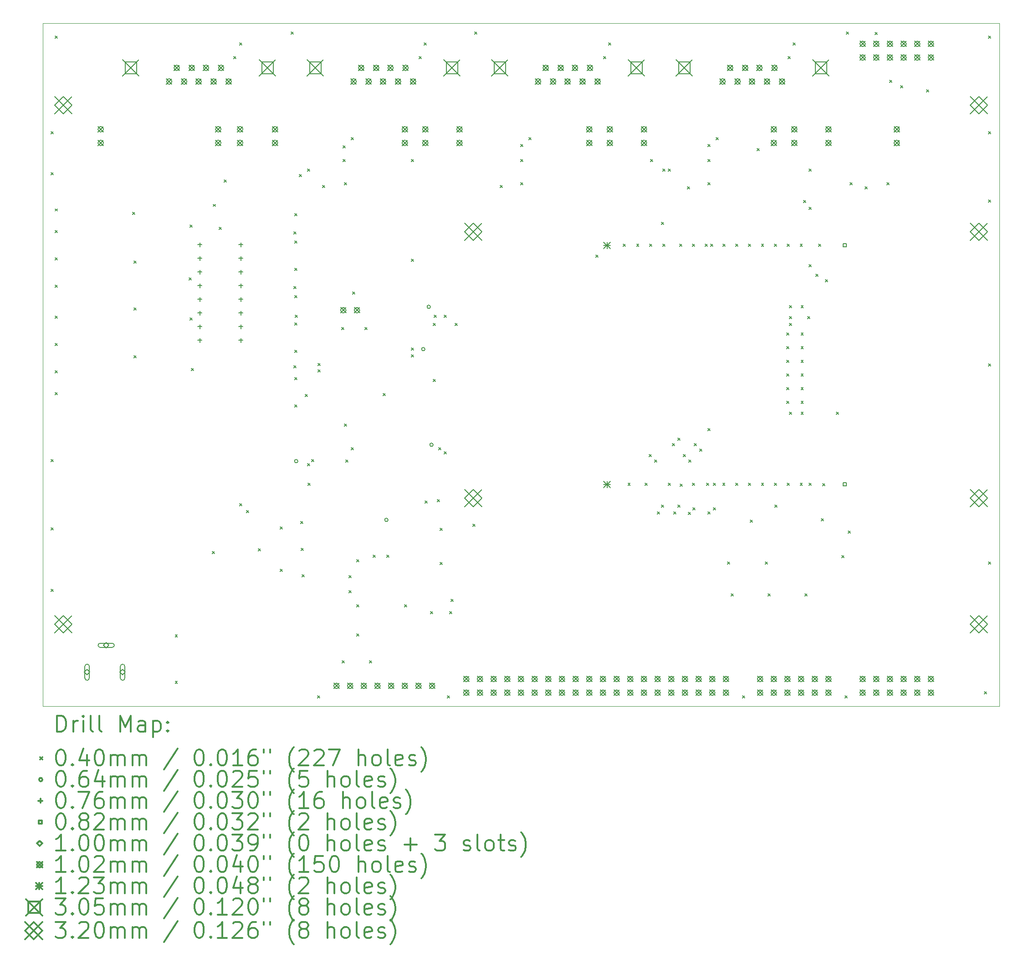
<source format=gbr>
%FSLAX45Y45*%
G04 Gerber Fmt 4.5, Leading zero omitted, Abs format (unit mm)*
G04 Created by KiCad (PCBNEW 4.0.2-stable) date Pá 22. duben 2016, 03:40:44 CEST*
%MOMM*%
G01*
G04 APERTURE LIST*
%ADD10C,0.127000*%
%ADD11C,0.100000*%
%ADD12C,0.200000*%
%ADD13C,0.300000*%
G04 APERTURE END LIST*
D10*
D11*
X-17780000Y6350000D02*
X0Y6350000D01*
X-17780000Y-6350000D02*
X-17780000Y6350000D01*
X0Y-6350000D02*
X-17780000Y-6350000D01*
X0Y6350000D02*
X0Y-6350000D01*
D12*
X-17622200Y4338000D02*
X-17582200Y4298000D01*
X-17582200Y4338000D02*
X-17622200Y4298000D01*
X-17622200Y3576000D02*
X-17582200Y3536000D01*
X-17582200Y3576000D02*
X-17622200Y3536000D01*
X-17622200Y-1758000D02*
X-17582200Y-1798000D01*
X-17582200Y-1758000D02*
X-17622200Y-1798000D01*
X-17622200Y-3028000D02*
X-17582200Y-3068000D01*
X-17582200Y-3028000D02*
X-17622200Y-3068000D01*
X-17622200Y-4171000D02*
X-17582200Y-4211000D01*
X-17582200Y-4171000D02*
X-17622200Y-4211000D01*
X-17546000Y6116000D02*
X-17506000Y6076000D01*
X-17506000Y6116000D02*
X-17546000Y6076000D01*
X-17546000Y2902646D02*
X-17506000Y2862646D01*
X-17506000Y2902646D02*
X-17546000Y2862646D01*
X-17546000Y2496500D02*
X-17506000Y2456500D01*
X-17506000Y2496500D02*
X-17546000Y2456500D01*
X-17546000Y1988500D02*
X-17506000Y1948500D01*
X-17506000Y1988500D02*
X-17546000Y1948500D01*
X-17546000Y1480500D02*
X-17506000Y1440500D01*
X-17506000Y1480500D02*
X-17546000Y1440500D01*
X-17546000Y909000D02*
X-17506000Y869000D01*
X-17506000Y909000D02*
X-17546000Y869000D01*
X-17546000Y401000D02*
X-17506000Y361000D01*
X-17506000Y401000D02*
X-17546000Y361000D01*
X-17546000Y-107000D02*
X-17506000Y-147000D01*
X-17506000Y-107000D02*
X-17546000Y-147000D01*
X-17546000Y-513146D02*
X-17506000Y-553146D01*
X-17506000Y-513146D02*
X-17546000Y-553146D01*
X-16110900Y2836200D02*
X-16070900Y2796200D01*
X-16070900Y2836200D02*
X-16110900Y2796200D01*
X-16085500Y1934500D02*
X-16045500Y1894500D01*
X-16045500Y1934500D02*
X-16085500Y1894500D01*
X-16085500Y1058200D02*
X-16045500Y1018200D01*
X-16045500Y1058200D02*
X-16085500Y1018200D01*
X-16085500Y169200D02*
X-16045500Y129200D01*
X-16045500Y169200D02*
X-16085500Y129200D01*
X-15315880Y-5021900D02*
X-15275880Y-5061900D01*
X-15275880Y-5021900D02*
X-15315880Y-5061900D01*
X-15315880Y-5885500D02*
X-15275880Y-5925500D01*
X-15275880Y-5885500D02*
X-15315880Y-5925500D01*
X-15056800Y1620200D02*
X-15016800Y1580200D01*
X-15016800Y1620200D02*
X-15056800Y1580200D01*
X-15044100Y2598100D02*
X-15004100Y2558100D01*
X-15004100Y2598100D02*
X-15044100Y2558100D01*
X-15044100Y870900D02*
X-15004100Y830900D01*
X-15004100Y870900D02*
X-15044100Y830900D01*
X-15018700Y-68900D02*
X-14978700Y-108900D01*
X-14978700Y-68900D02*
X-15018700Y-108900D01*
X-14625000Y-3472500D02*
X-14585000Y-3512500D01*
X-14585000Y-3472500D02*
X-14625000Y-3512500D01*
X-14612300Y2985521D02*
X-14572300Y2945521D01*
X-14572300Y2985521D02*
X-14612300Y2945521D01*
X-14498000Y2560000D02*
X-14458000Y2520000D01*
X-14458000Y2560000D02*
X-14498000Y2520000D01*
X-14409100Y3436300D02*
X-14369100Y3396300D01*
X-14369100Y3436300D02*
X-14409100Y3396300D01*
X-14226221Y5735000D02*
X-14186221Y5695000D01*
X-14186221Y5735000D02*
X-14226221Y5695000D01*
X-14117000Y5989000D02*
X-14077000Y5949000D01*
X-14077000Y5989000D02*
X-14117000Y5949000D01*
X-14117000Y-2583500D02*
X-14077000Y-2623500D01*
X-14077000Y-2583500D02*
X-14117000Y-2623500D01*
X-13990000Y-2710500D02*
X-13950000Y-2750500D01*
X-13950000Y-2710500D02*
X-13990000Y-2750500D01*
X-13774100Y-3421700D02*
X-13734100Y-3461700D01*
X-13734100Y-3421700D02*
X-13774100Y-3461700D01*
X-13367700Y-3015300D02*
X-13327700Y-3055300D01*
X-13327700Y-3015300D02*
X-13367700Y-3055300D01*
X-13367700Y-3802700D02*
X-13327700Y-3842700D01*
X-13327700Y-3802700D02*
X-13367700Y-3842700D01*
X-13164500Y6192200D02*
X-13124500Y6152200D01*
X-13124500Y6192200D02*
X-13164500Y6152200D01*
X-13113700Y2471100D02*
X-13073700Y2431100D01*
X-13073700Y2471100D02*
X-13113700Y2431100D01*
X-13113700Y1455100D02*
X-13073700Y1415100D01*
X-13073700Y1455100D02*
X-13113700Y1415100D01*
X-13113700Y-18100D02*
X-13073700Y-58100D01*
X-13073700Y-18100D02*
X-13113700Y-58100D01*
X-13093000Y2814000D02*
X-13053000Y2774000D01*
X-13053000Y2814000D02*
X-13093000Y2774000D01*
X-13093000Y2306000D02*
X-13053000Y2266000D01*
X-13053000Y2306000D02*
X-13093000Y2266000D01*
X-13093000Y1798000D02*
X-13053000Y1758000D01*
X-13053000Y1798000D02*
X-13093000Y1758000D01*
X-13093000Y1290000D02*
X-13053000Y1250000D01*
X-13053000Y1290000D02*
X-13093000Y1250000D01*
X-13093000Y782000D02*
X-13053000Y742000D01*
X-13053000Y782000D02*
X-13093000Y742000D01*
X-13093000Y274000D02*
X-13053000Y234000D01*
X-13053000Y274000D02*
X-13093000Y234000D01*
X-13093000Y-234000D02*
X-13053000Y-274000D01*
X-13053000Y-234000D02*
X-13093000Y-274000D01*
X-13093000Y-742000D02*
X-13053000Y-782000D01*
X-13053000Y-742000D02*
X-13093000Y-782000D01*
X-13088300Y921700D02*
X-13048300Y881700D01*
X-13048300Y921700D02*
X-13088300Y881700D01*
X-13012100Y3537900D02*
X-12972100Y3497900D01*
X-12972100Y3537900D02*
X-13012100Y3497900D01*
X-12986700Y-2913700D02*
X-12946700Y-2953700D01*
X-12946700Y-2913700D02*
X-12986700Y-2953700D01*
X-12972500Y-3409000D02*
X-12932500Y-3449000D01*
X-12932500Y-3409000D02*
X-12972500Y-3449000D01*
X-12961300Y-3904300D02*
X-12921300Y-3944300D01*
X-12921300Y-3904300D02*
X-12961300Y-3944300D01*
X-12897800Y-551500D02*
X-12857800Y-591500D01*
X-12857800Y-551500D02*
X-12897800Y-591500D01*
X-12859700Y3639500D02*
X-12819700Y3599500D01*
X-12819700Y3639500D02*
X-12859700Y3599500D01*
X-12859700Y-1835200D02*
X-12819700Y-1875200D01*
X-12819700Y-1835200D02*
X-12859700Y-1875200D01*
X-12847000Y-2202500D02*
X-12807000Y-2242500D01*
X-12807000Y-2202500D02*
X-12847000Y-2242500D01*
X-12782500Y-1758000D02*
X-12742500Y-1798000D01*
X-12742500Y-1758000D02*
X-12782500Y-1798000D01*
X-12669200Y-6152200D02*
X-12629200Y-6192200D01*
X-12629200Y-6152200D02*
X-12669200Y-6192200D01*
X-12663600Y25600D02*
X-12623600Y-14400D01*
X-12623600Y25600D02*
X-12663600Y-14400D01*
X-12663600Y-94300D02*
X-12623600Y-134300D01*
X-12623600Y-94300D02*
X-12663600Y-134300D01*
X-12580300Y3334700D02*
X-12540300Y3294700D01*
X-12540300Y3334700D02*
X-12580300Y3294700D01*
X-12224700Y693100D02*
X-12184700Y653100D01*
X-12184700Y693100D02*
X-12224700Y653100D01*
X-12212000Y-5504500D02*
X-12172000Y-5544500D01*
X-12172000Y-5504500D02*
X-12212000Y-5544500D01*
X-12199300Y4071300D02*
X-12159300Y4031300D01*
X-12159300Y4071300D02*
X-12199300Y4031300D01*
X-12199300Y3817300D02*
X-12159300Y3777300D01*
X-12159300Y3817300D02*
X-12199300Y3777300D01*
X-12173900Y3385500D02*
X-12133900Y3345500D01*
X-12133900Y3385500D02*
X-12173900Y3345500D01*
X-12173900Y-1097600D02*
X-12133900Y-1137600D01*
X-12133900Y-1097600D02*
X-12173900Y-1137600D01*
X-12148500Y-1770700D02*
X-12108500Y-1810700D01*
X-12108500Y-1770700D02*
X-12148500Y-1810700D01*
X-12087000Y-3917000D02*
X-12047000Y-3957000D01*
X-12047000Y-3917000D02*
X-12087000Y-3957000D01*
X-12085000Y-4196400D02*
X-12045000Y-4236400D01*
X-12045000Y-4196400D02*
X-12085000Y-4236400D01*
X-12046900Y4223700D02*
X-12006900Y4183700D01*
X-12006900Y4223700D02*
X-12046900Y4183700D01*
X-12046900Y-1542100D02*
X-12006900Y-1582100D01*
X-12006900Y-1542100D02*
X-12046900Y-1582100D01*
X-12021500Y1353500D02*
X-11981500Y1313500D01*
X-11981500Y1353500D02*
X-12021500Y1313500D01*
X-11945300Y-3624900D02*
X-11905300Y-3664900D01*
X-11905300Y-3624900D02*
X-11945300Y-3664900D01*
X-11945300Y-4463100D02*
X-11905300Y-4503100D01*
X-11905300Y-4463100D02*
X-11945300Y-4503100D01*
X-11945300Y-4463100D02*
X-11905300Y-4503100D01*
X-11905300Y-4463100D02*
X-11945300Y-4503100D01*
X-11945300Y-5002700D02*
X-11905300Y-5042700D01*
X-11905300Y-5002700D02*
X-11945300Y-5042700D01*
X-11792900Y693100D02*
X-11752900Y653100D01*
X-11752900Y693100D02*
X-11792900Y653100D01*
X-11704000Y-5504500D02*
X-11664000Y-5544500D01*
X-11664000Y-5504500D02*
X-11704000Y-5544500D01*
X-11640500Y-3534378D02*
X-11600500Y-3574378D01*
X-11600500Y-3534378D02*
X-11640500Y-3574378D01*
X-11450000Y-529300D02*
X-11410000Y-569300D01*
X-11410000Y-529300D02*
X-11450000Y-569300D01*
X-11386500Y-3534378D02*
X-11346500Y-3574378D01*
X-11346500Y-3534378D02*
X-11386500Y-3574378D01*
X-11056299Y-4463099D02*
X-11016299Y-4503099D01*
X-11016299Y-4463099D02*
X-11056299Y-4503099D01*
X-10929300Y3817300D02*
X-10889300Y3777300D01*
X-10889300Y3817300D02*
X-10929300Y3777300D01*
X-10929300Y1963100D02*
X-10889300Y1923100D01*
X-10889300Y1963100D02*
X-10929300Y1923100D01*
X-10929300Y312100D02*
X-10889300Y272100D01*
X-10889300Y312100D02*
X-10929300Y272100D01*
X-10925998Y185100D02*
X-10885998Y145100D01*
X-10885998Y185100D02*
X-10925998Y145100D01*
X-10784521Y5735000D02*
X-10744521Y5695000D01*
X-10744521Y5735000D02*
X-10784521Y5695000D01*
X-10688000Y5989000D02*
X-10648000Y5949000D01*
X-10648000Y5989000D02*
X-10688000Y5949000D01*
X-10675300Y-2532700D02*
X-10635300Y-2572700D01*
X-10635300Y-2532700D02*
X-10675300Y-2572700D01*
X-10573700Y-4590100D02*
X-10533700Y-4630100D01*
X-10533700Y-4590100D02*
X-10573700Y-4630100D01*
X-10522900Y769300D02*
X-10482900Y729300D01*
X-10482900Y769300D02*
X-10522900Y729300D01*
X-10522900Y-272100D02*
X-10482900Y-312100D01*
X-10482900Y-272100D02*
X-10522900Y-312100D01*
X-10505122Y921700D02*
X-10465122Y881700D01*
X-10465122Y921700D02*
X-10505122Y881700D01*
X-10446700Y-2507300D02*
X-10406700Y-2547300D01*
X-10406700Y-2507300D02*
X-10446700Y-2547300D01*
X-10421301Y-1539590D02*
X-10381301Y-1579590D01*
X-10381301Y-1539590D02*
X-10421301Y-1579590D01*
X-10395900Y-3040700D02*
X-10355900Y-3080700D01*
X-10355900Y-3040700D02*
X-10395900Y-3080700D01*
X-10395900Y-3675700D02*
X-10355900Y-3715700D01*
X-10355900Y-3675700D02*
X-10395900Y-3715700D01*
X-10319700Y921700D02*
X-10279700Y881700D01*
X-10279700Y921700D02*
X-10319700Y881700D01*
X-10319700Y-1618300D02*
X-10279700Y-1658300D01*
X-10279700Y-1618300D02*
X-10319700Y-1658300D01*
X-10256200Y-6152200D02*
X-10216200Y-6192200D01*
X-10216200Y-6152200D02*
X-10256200Y-6192200D01*
X-10218100Y-4590100D02*
X-10178100Y-4630100D01*
X-10178100Y-4590100D02*
X-10218100Y-4630100D01*
X-10192700Y-4361500D02*
X-10152700Y-4401500D01*
X-10152700Y-4361500D02*
X-10192700Y-4401500D01*
X-10116500Y769300D02*
X-10076500Y729300D01*
X-10076500Y769300D02*
X-10116500Y729300D01*
X-9786300Y-2964500D02*
X-9746300Y-3004500D01*
X-9746300Y-2964500D02*
X-9786300Y-3004500D01*
X-9748200Y6192200D02*
X-9708200Y6152200D01*
X-9708200Y6192200D02*
X-9748200Y6152200D01*
X-9278300Y3334700D02*
X-9238300Y3294700D01*
X-9238300Y3334700D02*
X-9278300Y3294700D01*
X-8897300Y4096700D02*
X-8857300Y4056700D01*
X-8857300Y4096700D02*
X-8897300Y4056700D01*
X-8897300Y3817300D02*
X-8857300Y3777300D01*
X-8857300Y3817300D02*
X-8897300Y3777300D01*
X-8897300Y3385500D02*
X-8857300Y3345500D01*
X-8857300Y3385500D02*
X-8897300Y3345500D01*
X-8744900Y4223700D02*
X-8704900Y4183700D01*
X-8704900Y4223700D02*
X-8744900Y4183700D01*
X-7500300Y2039300D02*
X-7460300Y1999300D01*
X-7460300Y2039300D02*
X-7500300Y1999300D01*
X-7355521Y5735000D02*
X-7315521Y5695000D01*
X-7315521Y5735000D02*
X-7355521Y5695000D01*
X-7259000Y5989000D02*
X-7219000Y5949000D01*
X-7219000Y5989000D02*
X-7259000Y5949000D01*
X-6992300Y2242500D02*
X-6952300Y2202500D01*
X-6952300Y2242500D02*
X-6992300Y2202500D01*
X-6899962Y-2202500D02*
X-6859962Y-2242500D01*
X-6859962Y-2202500D02*
X-6899962Y-2242500D01*
X-6739942Y2242500D02*
X-6699942Y2202500D01*
X-6699942Y2242500D02*
X-6739942Y2202500D01*
X-6585900Y-2202500D02*
X-6545900Y-2242500D01*
X-6545900Y-2202500D02*
X-6585900Y-2242500D01*
X-6509700Y-1669100D02*
X-6469700Y-1709100D01*
X-6469700Y-1669100D02*
X-6509700Y-1709100D01*
X-6499912Y2242500D02*
X-6459912Y2202500D01*
X-6459912Y2242500D02*
X-6499912Y2202500D01*
X-6484300Y3817300D02*
X-6444300Y3777300D01*
X-6444300Y3817300D02*
X-6484300Y3777300D01*
X-6408100Y-1770700D02*
X-6368100Y-1810700D01*
X-6368100Y-1770700D02*
X-6408100Y-1810700D01*
X-6357300Y-2735900D02*
X-6317300Y-2775900D01*
X-6317300Y-2735900D02*
X-6357300Y-2775900D01*
X-6281100Y2648900D02*
X-6241100Y2608900D01*
X-6241100Y2648900D02*
X-6281100Y2608900D01*
X-6281100Y-2608900D02*
X-6241100Y-2648900D01*
X-6241100Y-2608900D02*
X-6281100Y-2648900D01*
X-6255700Y3639500D02*
X-6215700Y3599500D01*
X-6215700Y3639500D02*
X-6255700Y3599500D01*
X-6255700Y2242500D02*
X-6215700Y2202500D01*
X-6215700Y2242500D02*
X-6255700Y2202500D01*
X-6154100Y3639500D02*
X-6114100Y3599500D01*
X-6114100Y3639500D02*
X-6154100Y3599500D01*
X-6154100Y-2202500D02*
X-6114100Y-2242500D01*
X-6114100Y-2202500D02*
X-6154100Y-2242500D01*
X-6077900Y-1465900D02*
X-6037900Y-1505900D01*
X-6037900Y-1465900D02*
X-6077900Y-1505900D01*
X-6052500Y-2735900D02*
X-6012500Y-2775900D01*
X-6012500Y-2735900D02*
X-6052500Y-2775900D01*
X-5976300Y-1364300D02*
X-5936300Y-1404300D01*
X-5936300Y-1364300D02*
X-5976300Y-1404300D01*
X-5976300Y-2608900D02*
X-5936300Y-2648900D01*
X-5936300Y-2608900D02*
X-5976300Y-2648900D01*
X-5939842Y2242500D02*
X-5899842Y2202500D01*
X-5899842Y2242500D02*
X-5939842Y2202500D01*
X-5933122Y-2218252D02*
X-5893122Y-2258252D01*
X-5893122Y-2218252D02*
X-5933122Y-2258252D01*
X-5874700Y-1669100D02*
X-5834700Y-1709100D01*
X-5834700Y-1669100D02*
X-5874700Y-1709100D01*
X-5798500Y3309300D02*
X-5758500Y3269300D01*
X-5758500Y3309300D02*
X-5798500Y3269300D01*
X-5779518Y-2742319D02*
X-5739518Y-2782319D01*
X-5739518Y-2742319D02*
X-5779518Y-2782319D01*
X-5773100Y-1770700D02*
X-5733100Y-1810700D01*
X-5733100Y-1770700D02*
X-5773100Y-1810700D01*
X-5699812Y2242500D02*
X-5659812Y2202500D01*
X-5659812Y2242500D02*
X-5699812Y2202500D01*
X-5699812Y-2202500D02*
X-5659812Y-2242500D01*
X-5659812Y-2202500D02*
X-5699812Y-2242500D01*
X-5696900Y-2659700D02*
X-5656900Y-2699700D01*
X-5656900Y-2659700D02*
X-5696900Y-2699700D01*
X-5671500Y-1465900D02*
X-5631500Y-1505900D01*
X-5631500Y-1465900D02*
X-5671500Y-1505900D01*
X-5569900Y-1567500D02*
X-5529900Y-1607500D01*
X-5529900Y-1567500D02*
X-5569900Y-1607500D01*
X-5468300Y2242500D02*
X-5428300Y2202500D01*
X-5428300Y2242500D02*
X-5468300Y2202500D01*
X-5442900Y-2202500D02*
X-5402900Y-2242500D01*
X-5402900Y-2202500D02*
X-5442900Y-2242500D01*
X-5417500Y4096700D02*
X-5377500Y4056700D01*
X-5377500Y4096700D02*
X-5417500Y4056700D01*
X-5417500Y3817300D02*
X-5377500Y3777300D01*
X-5377500Y3817300D02*
X-5417500Y3777300D01*
X-5417500Y3385500D02*
X-5377500Y3345500D01*
X-5377500Y3385500D02*
X-5417500Y3345500D01*
X-5417500Y-1186500D02*
X-5377500Y-1226500D01*
X-5377500Y-1186500D02*
X-5417500Y-1226500D01*
X-5417500Y-2735900D02*
X-5377500Y-2775900D01*
X-5377500Y-2735900D02*
X-5417500Y-2775900D01*
X-5366700Y2242500D02*
X-5326700Y2202500D01*
X-5326700Y2242500D02*
X-5366700Y2202500D01*
X-5315900Y-2202500D02*
X-5275900Y-2242500D01*
X-5275900Y-2202500D02*
X-5315900Y-2242500D01*
X-5315900Y-2659700D02*
X-5275900Y-2699700D01*
X-5275900Y-2659700D02*
X-5315900Y-2699700D01*
X-5265100Y4223700D02*
X-5225100Y4183700D01*
X-5225100Y4223700D02*
X-5265100Y4183700D01*
X-5139996Y-2202500D02*
X-5099996Y-2242500D01*
X-5099996Y-2202500D02*
X-5139996Y-2242500D01*
X-5138100Y2242500D02*
X-5098100Y2202500D01*
X-5098100Y2242500D02*
X-5138100Y2202500D01*
X-5049200Y-3663000D02*
X-5009200Y-3703000D01*
X-5009200Y-3663000D02*
X-5049200Y-3703000D01*
X-4985700Y-4259900D02*
X-4945700Y-4299900D01*
X-4945700Y-4259900D02*
X-4985700Y-4299900D01*
X-4899966Y2242500D02*
X-4859966Y2202500D01*
X-4859966Y2242500D02*
X-4899966Y2202500D01*
X-4899966Y-2202500D02*
X-4859966Y-2242500D01*
X-4859966Y-2202500D02*
X-4899966Y-2242500D01*
X-4769800Y-6152200D02*
X-4729800Y-6192200D01*
X-4729800Y-6152200D02*
X-4769800Y-6192200D01*
X-4659936Y2242500D02*
X-4619936Y2202500D01*
X-4619936Y2242500D02*
X-4659936Y2202500D01*
X-4659936Y-2202500D02*
X-4619936Y-2242500D01*
X-4619936Y-2202500D02*
X-4659936Y-2242500D01*
X-4630100Y-2888300D02*
X-4590100Y-2928300D01*
X-4590100Y-2888300D02*
X-4630100Y-2928300D01*
X-4503100Y4020500D02*
X-4463100Y3980500D01*
X-4463100Y4020500D02*
X-4503100Y3980500D01*
X-4419906Y2242500D02*
X-4379906Y2202500D01*
X-4379906Y2242500D02*
X-4419906Y2202500D01*
X-4419906Y-2202500D02*
X-4379906Y-2242500D01*
X-4379906Y-2202500D02*
X-4419906Y-2242500D01*
X-4347500Y-3663000D02*
X-4307500Y-3703000D01*
X-4307500Y-3663000D02*
X-4347500Y-3703000D01*
X-4299900Y-4259900D02*
X-4259900Y-4299900D01*
X-4259900Y-4259900D02*
X-4299900Y-4299900D01*
X-4179876Y2242500D02*
X-4139876Y2202500D01*
X-4139876Y2242500D02*
X-4179876Y2202500D01*
X-4179876Y-2202500D02*
X-4139876Y-2242500D01*
X-4139876Y-2202500D02*
X-4179876Y-2242500D01*
X-4172900Y-2608900D02*
X-4132900Y-2648900D01*
X-4132900Y-2608900D02*
X-4172900Y-2648900D01*
X-3951921Y591500D02*
X-3911921Y551500D01*
X-3911921Y591500D02*
X-3951921Y551500D01*
X-3951921Y337500D02*
X-3911921Y297500D01*
X-3911921Y337500D02*
X-3951921Y297500D01*
X-3951921Y83500D02*
X-3911921Y43500D01*
X-3911921Y83500D02*
X-3951921Y43500D01*
X-3951921Y-170500D02*
X-3911921Y-210500D01*
X-3911921Y-170500D02*
X-3951921Y-210500D01*
X-3951921Y-424500D02*
X-3911921Y-464500D01*
X-3911921Y-424500D02*
X-3951921Y-464500D01*
X-3951921Y-678500D02*
X-3911921Y-718500D01*
X-3911921Y-678500D02*
X-3951921Y-718500D01*
X-3939846Y2242500D02*
X-3899846Y2202500D01*
X-3899846Y2242500D02*
X-3939846Y2202500D01*
X-3939846Y-2202500D02*
X-3899846Y-2242500D01*
X-3899846Y-2202500D02*
X-3939846Y-2242500D01*
X-3926521Y5735000D02*
X-3886521Y5695000D01*
X-3886521Y5735000D02*
X-3926521Y5695000D01*
X-3901121Y1099500D02*
X-3861121Y1059500D01*
X-3861121Y1099500D02*
X-3901121Y1059500D01*
X-3901121Y896300D02*
X-3861121Y856300D01*
X-3861121Y896300D02*
X-3901121Y856300D01*
X-3901121Y769300D02*
X-3861121Y729300D01*
X-3861121Y769300D02*
X-3901121Y729300D01*
X-3901121Y-881700D02*
X-3861121Y-921700D01*
X-3861121Y-881700D02*
X-3901121Y-921700D01*
X-3830000Y5989000D02*
X-3790000Y5949000D01*
X-3790000Y5989000D02*
X-3830000Y5949000D01*
X-3699816Y2242500D02*
X-3659816Y2202500D01*
X-3659816Y2242500D02*
X-3699816Y2202500D01*
X-3699816Y-2202500D02*
X-3659816Y-2242500D01*
X-3659816Y-2202500D02*
X-3699816Y-2242500D01*
X-3682679Y1099500D02*
X-3642679Y1059500D01*
X-3642679Y1099500D02*
X-3682679Y1059500D01*
X-3682679Y591500D02*
X-3642679Y551500D01*
X-3642679Y591500D02*
X-3682679Y551500D01*
X-3682679Y337500D02*
X-3642679Y297500D01*
X-3642679Y337500D02*
X-3682679Y297500D01*
X-3682679Y83500D02*
X-3642679Y43500D01*
X-3642679Y83500D02*
X-3682679Y43500D01*
X-3682679Y-170500D02*
X-3642679Y-210500D01*
X-3642679Y-170500D02*
X-3682679Y-210500D01*
X-3682679Y-424500D02*
X-3642679Y-464500D01*
X-3642679Y-424500D02*
X-3682679Y-464500D01*
X-3682679Y-678500D02*
X-3642679Y-718500D01*
X-3642679Y-678500D02*
X-3682679Y-718500D01*
X-3682679Y-881700D02*
X-3642679Y-921700D01*
X-3642679Y-881700D02*
X-3682679Y-921700D01*
X-3639500Y3055300D02*
X-3599500Y3015300D01*
X-3599500Y3055300D02*
X-3639500Y3015300D01*
X-3614100Y-4259900D02*
X-3574100Y-4299900D01*
X-3574100Y-4259900D02*
X-3614100Y-4299900D01*
X-3563300Y896300D02*
X-3523300Y856300D01*
X-3523300Y896300D02*
X-3563300Y856300D01*
X-3537900Y3639499D02*
X-3497900Y3599499D01*
X-3497900Y3639499D02*
X-3537900Y3599499D01*
X-3537900Y2928300D02*
X-3497900Y2888300D01*
X-3497900Y2928300D02*
X-3537900Y2888300D01*
X-3537900Y1861500D02*
X-3497900Y1821500D01*
X-3497900Y1861500D02*
X-3537900Y1821500D01*
X-3537900Y-2202500D02*
X-3497900Y-2242500D01*
X-3497900Y-2202500D02*
X-3537900Y-2242500D01*
X-3410900Y1683700D02*
X-3370900Y1643700D01*
X-3370900Y1683700D02*
X-3410900Y1643700D01*
X-3360100Y2242500D02*
X-3320100Y2202500D01*
X-3320100Y2242500D02*
X-3360100Y2202500D01*
X-3309300Y-2862900D02*
X-3269300Y-2902900D01*
X-3269300Y-2862900D02*
X-3309300Y-2902900D01*
X-3279571Y-2206829D02*
X-3239571Y-2246829D01*
X-3239571Y-2206829D02*
X-3279571Y-2246829D01*
X-3233100Y1582100D02*
X-3193100Y1542100D01*
X-3193100Y1582100D02*
X-3233100Y1542100D01*
X-3029900Y-881700D02*
X-2989900Y-921700D01*
X-2989900Y-881700D02*
X-3029900Y-921700D01*
X-2928300Y-3548700D02*
X-2888300Y-3588700D01*
X-2888300Y-3548700D02*
X-2928300Y-3588700D01*
X-2864800Y-6152200D02*
X-2824800Y-6192200D01*
X-2824800Y-6152200D02*
X-2864800Y-6192200D01*
X-2839400Y6192200D02*
X-2799400Y6152200D01*
X-2799400Y6192200D02*
X-2839400Y6152200D01*
X-2804197Y-3089433D02*
X-2764197Y-3129433D01*
X-2764197Y-3089433D02*
X-2804197Y-3129433D01*
X-2775900Y3385500D02*
X-2735900Y3345500D01*
X-2735900Y3385500D02*
X-2775900Y3345500D01*
X-2496500Y3309300D02*
X-2456500Y3269300D01*
X-2456500Y3309300D02*
X-2496500Y3269300D01*
X-2306000Y6179500D02*
X-2266000Y6139500D01*
X-2266000Y6179500D02*
X-2306000Y6139500D01*
X-2090100Y3385500D02*
X-2050100Y3345500D01*
X-2050100Y3385500D02*
X-2090100Y3345500D01*
X-2039300Y5290500D02*
X-1999300Y5250500D01*
X-1999300Y5290500D02*
X-2039300Y5250500D01*
X-1836100Y5188900D02*
X-1796100Y5148900D01*
X-1796100Y5188900D02*
X-1836100Y5148900D01*
X-1353500Y5112700D02*
X-1313500Y5072700D01*
X-1313500Y5112700D02*
X-1353500Y5072700D01*
X-274000Y-6076000D02*
X-234000Y-6116000D01*
X-234000Y-6076000D02*
X-274000Y-6116000D01*
X-197800Y6116000D02*
X-157800Y6076000D01*
X-157800Y6116000D02*
X-197800Y6076000D01*
X-197800Y4338000D02*
X-157800Y4298000D01*
X-157800Y4338000D02*
X-197800Y4298000D01*
X-197800Y3068000D02*
X-157800Y3028000D01*
X-157800Y3068000D02*
X-197800Y3028000D01*
X-197800Y20000D02*
X-157800Y-20000D01*
X-157800Y20000D02*
X-197800Y-20000D01*
X-197800Y-3663000D02*
X-157800Y-3703000D01*
X-157800Y-3663000D02*
X-197800Y-3703000D01*
X-13036550Y-1790700D02*
G75*
G03X-13036550Y-1790700I-31750J0D01*
G01*
X-11360150Y-2882900D02*
G75*
G03X-11360150Y-2882900I-31750J0D01*
G01*
X-10674350Y292100D02*
G75*
G03X-10674350Y292100I-31750J0D01*
G01*
X-10572750Y1079500D02*
G75*
G03X-10572750Y1079500I-31750J0D01*
G01*
X-10521950Y-1485900D02*
G75*
G03X-10521950Y-1485900I-31750J0D01*
G01*
X-14859000Y2273300D02*
X-14859000Y2197100D01*
X-14897100Y2235200D02*
X-14820900Y2235200D01*
X-14859000Y2019300D02*
X-14859000Y1943100D01*
X-14897100Y1981200D02*
X-14820900Y1981200D01*
X-14859000Y1765300D02*
X-14859000Y1689100D01*
X-14897100Y1727200D02*
X-14820900Y1727200D01*
X-14859000Y1511300D02*
X-14859000Y1435100D01*
X-14897100Y1473200D02*
X-14820900Y1473200D01*
X-14859000Y1257300D02*
X-14859000Y1181100D01*
X-14897100Y1219200D02*
X-14820900Y1219200D01*
X-14859000Y1003300D02*
X-14859000Y927100D01*
X-14897100Y965200D02*
X-14820900Y965200D01*
X-14859000Y749300D02*
X-14859000Y673100D01*
X-14897100Y711200D02*
X-14820900Y711200D01*
X-14859000Y495300D02*
X-14859000Y419100D01*
X-14897100Y457200D02*
X-14820900Y457200D01*
X-14097000Y2273300D02*
X-14097000Y2197100D01*
X-14135100Y2235200D02*
X-14058900Y2235200D01*
X-14097000Y2019300D02*
X-14097000Y1943100D01*
X-14135100Y1981200D02*
X-14058900Y1981200D01*
X-14097000Y1765300D02*
X-14097000Y1689100D01*
X-14135100Y1727200D02*
X-14058900Y1727200D01*
X-14097000Y1511300D02*
X-14097000Y1435100D01*
X-14135100Y1473200D02*
X-14058900Y1473200D01*
X-14097000Y1257300D02*
X-14097000Y1181100D01*
X-14135100Y1219200D02*
X-14058900Y1219200D01*
X-14097000Y1003300D02*
X-14097000Y927100D01*
X-14135100Y965200D02*
X-14058900Y965200D01*
X-14097000Y749300D02*
X-14097000Y673100D01*
X-14135100Y711200D02*
X-14058900Y711200D01*
X-14097000Y495300D02*
X-14097000Y419100D01*
X-14135100Y457200D02*
X-14058900Y457200D01*
X-2841008Y2194143D02*
X-2841008Y2252127D01*
X-2898992Y2252127D01*
X-2898992Y2194143D01*
X-2841008Y2194143D01*
X-2841008Y-2252127D02*
X-2841008Y-2194143D01*
X-2898992Y-2194143D01*
X-2898992Y-2252127D01*
X-2841008Y-2252127D01*
X-16954500Y-5765000D02*
X-16904500Y-5715000D01*
X-16954500Y-5665000D01*
X-17004500Y-5715000D01*
X-16954500Y-5765000D01*
X-16994500Y-5605000D02*
X-16994500Y-5825000D01*
X-16914500Y-5605000D02*
X-16914500Y-5825000D01*
X-16994500Y-5825000D02*
G75*
G03X-16914500Y-5825000I40000J0D01*
G01*
X-16914500Y-5605000D02*
G75*
G03X-16994500Y-5605000I-40000J0D01*
G01*
X-16599500Y-5265000D02*
X-16549500Y-5215000D01*
X-16599500Y-5165000D01*
X-16649500Y-5215000D01*
X-16599500Y-5265000D01*
X-16489500Y-5175000D02*
X-16709500Y-5175000D01*
X-16489500Y-5255000D02*
X-16709500Y-5255000D01*
X-16709500Y-5175000D02*
G75*
G03X-16709500Y-5255000I0J-40000D01*
G01*
X-16489500Y-5255000D02*
G75*
G03X-16489500Y-5175000I0J40000D01*
G01*
X-16294500Y-5765000D02*
X-16244500Y-5715000D01*
X-16294500Y-5665000D01*
X-16344500Y-5715000D01*
X-16294500Y-5765000D01*
X-16334500Y-5605000D02*
X-16334500Y-5825000D01*
X-16254500Y-5605000D02*
X-16254500Y-5825000D01*
X-16334500Y-5825000D02*
G75*
G03X-16254500Y-5825000I40000J0D01*
G01*
X-16254500Y-5605000D02*
G75*
G03X-16334500Y-5605000I-40000J0D01*
G01*
X-16751300Y4432300D02*
X-16649700Y4330700D01*
X-16649700Y4432300D02*
X-16751300Y4330700D01*
X-16649700Y4381500D02*
G75*
G03X-16649700Y4381500I-50800J0D01*
G01*
X-16751300Y4178300D02*
X-16649700Y4076700D01*
X-16649700Y4178300D02*
X-16751300Y4076700D01*
X-16649700Y4127500D02*
G75*
G03X-16649700Y4127500I-50800J0D01*
G01*
X-15478736Y5320314D02*
X-15377136Y5218714D01*
X-15377136Y5320314D02*
X-15478736Y5218714D01*
X-15377136Y5269514D02*
G75*
G03X-15377136Y5269514I-50800J0D01*
G01*
X-15339036Y5574314D02*
X-15237436Y5472714D01*
X-15237436Y5574314D02*
X-15339036Y5472714D01*
X-15237436Y5523514D02*
G75*
G03X-15237436Y5523514I-50800J0D01*
G01*
X-15199336Y5320314D02*
X-15097736Y5218714D01*
X-15097736Y5320314D02*
X-15199336Y5218714D01*
X-15097736Y5269514D02*
G75*
G03X-15097736Y5269514I-50800J0D01*
G01*
X-15059636Y5574314D02*
X-14958036Y5472714D01*
X-14958036Y5574314D02*
X-15059636Y5472714D01*
X-14958036Y5523514D02*
G75*
G03X-14958036Y5523514I-50800J0D01*
G01*
X-14932636Y5320314D02*
X-14831036Y5218714D01*
X-14831036Y5320314D02*
X-14932636Y5218714D01*
X-14831036Y5269514D02*
G75*
G03X-14831036Y5269514I-50800J0D01*
G01*
X-14792936Y5574314D02*
X-14691336Y5472714D01*
X-14691336Y5574314D02*
X-14792936Y5472714D01*
X-14691336Y5523514D02*
G75*
G03X-14691336Y5523514I-50800J0D01*
G01*
X-14653236Y5320314D02*
X-14551636Y5218714D01*
X-14551636Y5320314D02*
X-14653236Y5218714D01*
X-14551636Y5269514D02*
G75*
G03X-14551636Y5269514I-50800J0D01*
G01*
X-14566900Y4432300D02*
X-14465300Y4330700D01*
X-14465300Y4432300D02*
X-14566900Y4330700D01*
X-14465300Y4381500D02*
G75*
G03X-14465300Y4381500I-50800J0D01*
G01*
X-14566900Y4178300D02*
X-14465300Y4076700D01*
X-14465300Y4178300D02*
X-14566900Y4076700D01*
X-14465300Y4127500D02*
G75*
G03X-14465300Y4127500I-50800J0D01*
G01*
X-14513536Y5574314D02*
X-14411936Y5472714D01*
X-14411936Y5574314D02*
X-14513536Y5472714D01*
X-14411936Y5523514D02*
G75*
G03X-14411936Y5523514I-50800J0D01*
G01*
X-14373836Y5320314D02*
X-14272236Y5218714D01*
X-14272236Y5320314D02*
X-14373836Y5218714D01*
X-14272236Y5269514D02*
G75*
G03X-14272236Y5269514I-50800J0D01*
G01*
X-14160500Y4432300D02*
X-14058900Y4330700D01*
X-14058900Y4432300D02*
X-14160500Y4330700D01*
X-14058900Y4381500D02*
G75*
G03X-14058900Y4381500I-50800J0D01*
G01*
X-14160500Y4178300D02*
X-14058900Y4076700D01*
X-14058900Y4178300D02*
X-14160500Y4076700D01*
X-14058900Y4127500D02*
G75*
G03X-14058900Y4127500I-50800J0D01*
G01*
X-13512800Y4432300D02*
X-13411200Y4330700D01*
X-13411200Y4432300D02*
X-13512800Y4330700D01*
X-13411200Y4381500D02*
G75*
G03X-13411200Y4381500I-50800J0D01*
G01*
X-13512800Y4178300D02*
X-13411200Y4076700D01*
X-13411200Y4178300D02*
X-13512800Y4076700D01*
X-13411200Y4127500D02*
G75*
G03X-13411200Y4127500I-50800J0D01*
G01*
X-12369800Y-5918200D02*
X-12268200Y-6019800D01*
X-12268200Y-5918200D02*
X-12369800Y-6019800D01*
X-12268200Y-5969000D02*
G75*
G03X-12268200Y-5969000I-50800J0D01*
G01*
X-12242800Y1066800D02*
X-12141200Y965200D01*
X-12141200Y1066800D02*
X-12242800Y965200D01*
X-12141200Y1016000D02*
G75*
G03X-12141200Y1016000I-50800J0D01*
G01*
X-12115800Y-5918200D02*
X-12014200Y-6019800D01*
X-12014200Y-5918200D02*
X-12115800Y-6019800D01*
X-12014200Y-5969000D02*
G75*
G03X-12014200Y-5969000I-50800J0D01*
G01*
X-12049736Y5320314D02*
X-11948136Y5218714D01*
X-11948136Y5320314D02*
X-12049736Y5218714D01*
X-11948136Y5269514D02*
G75*
G03X-11948136Y5269514I-50800J0D01*
G01*
X-11988800Y1066800D02*
X-11887200Y965200D01*
X-11887200Y1066800D02*
X-11988800Y965200D01*
X-11887200Y1016000D02*
G75*
G03X-11887200Y1016000I-50800J0D01*
G01*
X-11910036Y5574314D02*
X-11808436Y5472714D01*
X-11808436Y5574314D02*
X-11910036Y5472714D01*
X-11808436Y5523514D02*
G75*
G03X-11808436Y5523514I-50800J0D01*
G01*
X-11861800Y-5918200D02*
X-11760200Y-6019800D01*
X-11760200Y-5918200D02*
X-11861800Y-6019800D01*
X-11760200Y-5969000D02*
G75*
G03X-11760200Y-5969000I-50800J0D01*
G01*
X-11770336Y5320314D02*
X-11668736Y5218714D01*
X-11668736Y5320314D02*
X-11770336Y5218714D01*
X-11668736Y5269514D02*
G75*
G03X-11668736Y5269514I-50800J0D01*
G01*
X-11630636Y5574314D02*
X-11529036Y5472714D01*
X-11529036Y5574314D02*
X-11630636Y5472714D01*
X-11529036Y5523514D02*
G75*
G03X-11529036Y5523514I-50800J0D01*
G01*
X-11607800Y-5918200D02*
X-11506200Y-6019800D01*
X-11506200Y-5918200D02*
X-11607800Y-6019800D01*
X-11506200Y-5969000D02*
G75*
G03X-11506200Y-5969000I-50800J0D01*
G01*
X-11503636Y5320314D02*
X-11402036Y5218714D01*
X-11402036Y5320314D02*
X-11503636Y5218714D01*
X-11402036Y5269514D02*
G75*
G03X-11402036Y5269514I-50800J0D01*
G01*
X-11363936Y5574314D02*
X-11262336Y5472714D01*
X-11262336Y5574314D02*
X-11363936Y5472714D01*
X-11262336Y5523514D02*
G75*
G03X-11262336Y5523514I-50800J0D01*
G01*
X-11353800Y-5918200D02*
X-11252200Y-6019800D01*
X-11252200Y-5918200D02*
X-11353800Y-6019800D01*
X-11252200Y-5969000D02*
G75*
G03X-11252200Y-5969000I-50800J0D01*
G01*
X-11224236Y5320314D02*
X-11122636Y5218714D01*
X-11122636Y5320314D02*
X-11224236Y5218714D01*
X-11122636Y5269514D02*
G75*
G03X-11122636Y5269514I-50800J0D01*
G01*
X-11099800Y4432300D02*
X-10998200Y4330700D01*
X-10998200Y4432300D02*
X-11099800Y4330700D01*
X-10998200Y4381500D02*
G75*
G03X-10998200Y4381500I-50800J0D01*
G01*
X-11099800Y4178300D02*
X-10998200Y4076700D01*
X-10998200Y4178300D02*
X-11099800Y4076700D01*
X-10998200Y4127500D02*
G75*
G03X-10998200Y4127500I-50800J0D01*
G01*
X-11099800Y-5918200D02*
X-10998200Y-6019800D01*
X-10998200Y-5918200D02*
X-11099800Y-6019800D01*
X-10998200Y-5969000D02*
G75*
G03X-10998200Y-5969000I-50800J0D01*
G01*
X-11084536Y5574314D02*
X-10982936Y5472714D01*
X-10982936Y5574314D02*
X-11084536Y5472714D01*
X-10982936Y5523514D02*
G75*
G03X-10982936Y5523514I-50800J0D01*
G01*
X-10944836Y5320314D02*
X-10843236Y5218714D01*
X-10843236Y5320314D02*
X-10944836Y5218714D01*
X-10843236Y5269514D02*
G75*
G03X-10843236Y5269514I-50800J0D01*
G01*
X-10845800Y-5918200D02*
X-10744200Y-6019800D01*
X-10744200Y-5918200D02*
X-10845800Y-6019800D01*
X-10744200Y-5969000D02*
G75*
G03X-10744200Y-5969000I-50800J0D01*
G01*
X-10718800Y4432300D02*
X-10617200Y4330700D01*
X-10617200Y4432300D02*
X-10718800Y4330700D01*
X-10617200Y4381500D02*
G75*
G03X-10617200Y4381500I-50800J0D01*
G01*
X-10718800Y4178300D02*
X-10617200Y4076700D01*
X-10617200Y4178300D02*
X-10718800Y4076700D01*
X-10617200Y4127500D02*
G75*
G03X-10617200Y4127500I-50800J0D01*
G01*
X-10591800Y-5918200D02*
X-10490200Y-6019800D01*
X-10490200Y-5918200D02*
X-10591800Y-6019800D01*
X-10490200Y-5969000D02*
G75*
G03X-10490200Y-5969000I-50800J0D01*
G01*
X-10083800Y4432300D02*
X-9982200Y4330700D01*
X-9982200Y4432300D02*
X-10083800Y4330700D01*
X-9982200Y4381500D02*
G75*
G03X-9982200Y4381500I-50800J0D01*
G01*
X-10083800Y4178300D02*
X-9982200Y4076700D01*
X-9982200Y4178300D02*
X-10083800Y4076700D01*
X-9982200Y4127500D02*
G75*
G03X-9982200Y4127500I-50800J0D01*
G01*
X-9956800Y-5791200D02*
X-9855200Y-5892800D01*
X-9855200Y-5791200D02*
X-9956800Y-5892800D01*
X-9855200Y-5842000D02*
G75*
G03X-9855200Y-5842000I-50800J0D01*
G01*
X-9956800Y-6045200D02*
X-9855200Y-6146800D01*
X-9855200Y-6045200D02*
X-9956800Y-6146800D01*
X-9855200Y-6096000D02*
G75*
G03X-9855200Y-6096000I-50800J0D01*
G01*
X-9702800Y-5791200D02*
X-9601200Y-5892800D01*
X-9601200Y-5791200D02*
X-9702800Y-5892800D01*
X-9601200Y-5842000D02*
G75*
G03X-9601200Y-5842000I-50800J0D01*
G01*
X-9702800Y-6045200D02*
X-9601200Y-6146800D01*
X-9601200Y-6045200D02*
X-9702800Y-6146800D01*
X-9601200Y-6096000D02*
G75*
G03X-9601200Y-6096000I-50800J0D01*
G01*
X-9448800Y-5791200D02*
X-9347200Y-5892800D01*
X-9347200Y-5791200D02*
X-9448800Y-5892800D01*
X-9347200Y-5842000D02*
G75*
G03X-9347200Y-5842000I-50800J0D01*
G01*
X-9448800Y-6045200D02*
X-9347200Y-6146800D01*
X-9347200Y-6045200D02*
X-9448800Y-6146800D01*
X-9347200Y-6096000D02*
G75*
G03X-9347200Y-6096000I-50800J0D01*
G01*
X-9194800Y-5791200D02*
X-9093200Y-5892800D01*
X-9093200Y-5791200D02*
X-9194800Y-5892800D01*
X-9093200Y-5842000D02*
G75*
G03X-9093200Y-5842000I-50800J0D01*
G01*
X-9194800Y-6045200D02*
X-9093200Y-6146800D01*
X-9093200Y-6045200D02*
X-9194800Y-6146800D01*
X-9093200Y-6096000D02*
G75*
G03X-9093200Y-6096000I-50800J0D01*
G01*
X-8940800Y-5791200D02*
X-8839200Y-5892800D01*
X-8839200Y-5791200D02*
X-8940800Y-5892800D01*
X-8839200Y-5842000D02*
G75*
G03X-8839200Y-5842000I-50800J0D01*
G01*
X-8940800Y-6045200D02*
X-8839200Y-6146800D01*
X-8839200Y-6045200D02*
X-8940800Y-6146800D01*
X-8839200Y-6096000D02*
G75*
G03X-8839200Y-6096000I-50800J0D01*
G01*
X-8686800Y-5791200D02*
X-8585200Y-5892800D01*
X-8585200Y-5791200D02*
X-8686800Y-5892800D01*
X-8585200Y-5842000D02*
G75*
G03X-8585200Y-5842000I-50800J0D01*
G01*
X-8686800Y-6045200D02*
X-8585200Y-6146800D01*
X-8585200Y-6045200D02*
X-8686800Y-6146800D01*
X-8585200Y-6096000D02*
G75*
G03X-8585200Y-6096000I-50800J0D01*
G01*
X-8620736Y5320314D02*
X-8519136Y5218714D01*
X-8519136Y5320314D02*
X-8620736Y5218714D01*
X-8519136Y5269514D02*
G75*
G03X-8519136Y5269514I-50800J0D01*
G01*
X-8481036Y5574314D02*
X-8379436Y5472714D01*
X-8379436Y5574314D02*
X-8481036Y5472714D01*
X-8379436Y5523514D02*
G75*
G03X-8379436Y5523514I-50800J0D01*
G01*
X-8432800Y-5791200D02*
X-8331200Y-5892800D01*
X-8331200Y-5791200D02*
X-8432800Y-5892800D01*
X-8331200Y-5842000D02*
G75*
G03X-8331200Y-5842000I-50800J0D01*
G01*
X-8432800Y-6045200D02*
X-8331200Y-6146800D01*
X-8331200Y-6045200D02*
X-8432800Y-6146800D01*
X-8331200Y-6096000D02*
G75*
G03X-8331200Y-6096000I-50800J0D01*
G01*
X-8341336Y5320314D02*
X-8239736Y5218714D01*
X-8239736Y5320314D02*
X-8341336Y5218714D01*
X-8239736Y5269514D02*
G75*
G03X-8239736Y5269514I-50800J0D01*
G01*
X-8201636Y5574314D02*
X-8100036Y5472714D01*
X-8100036Y5574314D02*
X-8201636Y5472714D01*
X-8100036Y5523514D02*
G75*
G03X-8100036Y5523514I-50800J0D01*
G01*
X-8178800Y-5791200D02*
X-8077200Y-5892800D01*
X-8077200Y-5791200D02*
X-8178800Y-5892800D01*
X-8077200Y-5842000D02*
G75*
G03X-8077200Y-5842000I-50800J0D01*
G01*
X-8178800Y-6045200D02*
X-8077200Y-6146800D01*
X-8077200Y-6045200D02*
X-8178800Y-6146800D01*
X-8077200Y-6096000D02*
G75*
G03X-8077200Y-6096000I-50800J0D01*
G01*
X-8074636Y5320314D02*
X-7973036Y5218714D01*
X-7973036Y5320314D02*
X-8074636Y5218714D01*
X-7973036Y5269514D02*
G75*
G03X-7973036Y5269514I-50800J0D01*
G01*
X-7934936Y5574314D02*
X-7833336Y5472714D01*
X-7833336Y5574314D02*
X-7934936Y5472714D01*
X-7833336Y5523514D02*
G75*
G03X-7833336Y5523514I-50800J0D01*
G01*
X-7924800Y-5791200D02*
X-7823200Y-5892800D01*
X-7823200Y-5791200D02*
X-7924800Y-5892800D01*
X-7823200Y-5842000D02*
G75*
G03X-7823200Y-5842000I-50800J0D01*
G01*
X-7924800Y-6045200D02*
X-7823200Y-6146800D01*
X-7823200Y-6045200D02*
X-7924800Y-6146800D01*
X-7823200Y-6096000D02*
G75*
G03X-7823200Y-6096000I-50800J0D01*
G01*
X-7795236Y5320314D02*
X-7693636Y5218714D01*
X-7693636Y5320314D02*
X-7795236Y5218714D01*
X-7693636Y5269514D02*
G75*
G03X-7693636Y5269514I-50800J0D01*
G01*
X-7670800Y4432300D02*
X-7569200Y4330700D01*
X-7569200Y4432300D02*
X-7670800Y4330700D01*
X-7569200Y4381500D02*
G75*
G03X-7569200Y4381500I-50800J0D01*
G01*
X-7670800Y4178300D02*
X-7569200Y4076700D01*
X-7569200Y4178300D02*
X-7670800Y4076700D01*
X-7569200Y4127500D02*
G75*
G03X-7569200Y4127500I-50800J0D01*
G01*
X-7670800Y-5791200D02*
X-7569200Y-5892800D01*
X-7569200Y-5791200D02*
X-7670800Y-5892800D01*
X-7569200Y-5842000D02*
G75*
G03X-7569200Y-5842000I-50800J0D01*
G01*
X-7670800Y-6045200D02*
X-7569200Y-6146800D01*
X-7569200Y-6045200D02*
X-7670800Y-6146800D01*
X-7569200Y-6096000D02*
G75*
G03X-7569200Y-6096000I-50800J0D01*
G01*
X-7655536Y5574314D02*
X-7553936Y5472714D01*
X-7553936Y5574314D02*
X-7655536Y5472714D01*
X-7553936Y5523514D02*
G75*
G03X-7553936Y5523514I-50800J0D01*
G01*
X-7515836Y5320314D02*
X-7414236Y5218714D01*
X-7414236Y5320314D02*
X-7515836Y5218714D01*
X-7414236Y5269514D02*
G75*
G03X-7414236Y5269514I-50800J0D01*
G01*
X-7416800Y-5791200D02*
X-7315200Y-5892800D01*
X-7315200Y-5791200D02*
X-7416800Y-5892800D01*
X-7315200Y-5842000D02*
G75*
G03X-7315200Y-5842000I-50800J0D01*
G01*
X-7416800Y-6045200D02*
X-7315200Y-6146800D01*
X-7315200Y-6045200D02*
X-7416800Y-6146800D01*
X-7315200Y-6096000D02*
G75*
G03X-7315200Y-6096000I-50800J0D01*
G01*
X-7289800Y4432300D02*
X-7188200Y4330700D01*
X-7188200Y4432300D02*
X-7289800Y4330700D01*
X-7188200Y4381500D02*
G75*
G03X-7188200Y4381500I-50800J0D01*
G01*
X-7289800Y4178300D02*
X-7188200Y4076700D01*
X-7188200Y4178300D02*
X-7289800Y4076700D01*
X-7188200Y4127500D02*
G75*
G03X-7188200Y4127500I-50800J0D01*
G01*
X-7162800Y-5791200D02*
X-7061200Y-5892800D01*
X-7061200Y-5791200D02*
X-7162800Y-5892800D01*
X-7061200Y-5842000D02*
G75*
G03X-7061200Y-5842000I-50800J0D01*
G01*
X-7162800Y-6045200D02*
X-7061200Y-6146800D01*
X-7061200Y-6045200D02*
X-7162800Y-6146800D01*
X-7061200Y-6096000D02*
G75*
G03X-7061200Y-6096000I-50800J0D01*
G01*
X-6908800Y-5791200D02*
X-6807200Y-5892800D01*
X-6807200Y-5791200D02*
X-6908800Y-5892800D01*
X-6807200Y-5842000D02*
G75*
G03X-6807200Y-5842000I-50800J0D01*
G01*
X-6908800Y-6045200D02*
X-6807200Y-6146800D01*
X-6807200Y-6045200D02*
X-6908800Y-6146800D01*
X-6807200Y-6096000D02*
G75*
G03X-6807200Y-6096000I-50800J0D01*
G01*
X-6654800Y4432300D02*
X-6553200Y4330700D01*
X-6553200Y4432300D02*
X-6654800Y4330700D01*
X-6553200Y4381500D02*
G75*
G03X-6553200Y4381500I-50800J0D01*
G01*
X-6654800Y4178300D02*
X-6553200Y4076700D01*
X-6553200Y4178300D02*
X-6654800Y4076700D01*
X-6553200Y4127500D02*
G75*
G03X-6553200Y4127500I-50800J0D01*
G01*
X-6654800Y-5791200D02*
X-6553200Y-5892800D01*
X-6553200Y-5791200D02*
X-6654800Y-5892800D01*
X-6553200Y-5842000D02*
G75*
G03X-6553200Y-5842000I-50800J0D01*
G01*
X-6654800Y-6045200D02*
X-6553200Y-6146800D01*
X-6553200Y-6045200D02*
X-6654800Y-6146800D01*
X-6553200Y-6096000D02*
G75*
G03X-6553200Y-6096000I-50800J0D01*
G01*
X-6400800Y-5791200D02*
X-6299200Y-5892800D01*
X-6299200Y-5791200D02*
X-6400800Y-5892800D01*
X-6299200Y-5842000D02*
G75*
G03X-6299200Y-5842000I-50800J0D01*
G01*
X-6400800Y-6045200D02*
X-6299200Y-6146800D01*
X-6299200Y-6045200D02*
X-6400800Y-6146800D01*
X-6299200Y-6096000D02*
G75*
G03X-6299200Y-6096000I-50800J0D01*
G01*
X-6146800Y-5791200D02*
X-6045200Y-5892800D01*
X-6045200Y-5791200D02*
X-6146800Y-5892800D01*
X-6045200Y-5842000D02*
G75*
G03X-6045200Y-5842000I-50800J0D01*
G01*
X-6146800Y-6045200D02*
X-6045200Y-6146800D01*
X-6045200Y-6045200D02*
X-6146800Y-6146800D01*
X-6045200Y-6096000D02*
G75*
G03X-6045200Y-6096000I-50800J0D01*
G01*
X-5892800Y-5791200D02*
X-5791200Y-5892800D01*
X-5791200Y-5791200D02*
X-5892800Y-5892800D01*
X-5791200Y-5842000D02*
G75*
G03X-5791200Y-5842000I-50800J0D01*
G01*
X-5892800Y-6045200D02*
X-5791200Y-6146800D01*
X-5791200Y-6045200D02*
X-5892800Y-6146800D01*
X-5791200Y-6096000D02*
G75*
G03X-5791200Y-6096000I-50800J0D01*
G01*
X-5638800Y-5791200D02*
X-5537200Y-5892800D01*
X-5537200Y-5791200D02*
X-5638800Y-5892800D01*
X-5537200Y-5842000D02*
G75*
G03X-5537200Y-5842000I-50800J0D01*
G01*
X-5638800Y-6045200D02*
X-5537200Y-6146800D01*
X-5537200Y-6045200D02*
X-5638800Y-6146800D01*
X-5537200Y-6096000D02*
G75*
G03X-5537200Y-6096000I-50800J0D01*
G01*
X-5384800Y-5791200D02*
X-5283200Y-5892800D01*
X-5283200Y-5791200D02*
X-5384800Y-5892800D01*
X-5283200Y-5842000D02*
G75*
G03X-5283200Y-5842000I-50800J0D01*
G01*
X-5384800Y-6045200D02*
X-5283200Y-6146800D01*
X-5283200Y-6045200D02*
X-5384800Y-6146800D01*
X-5283200Y-6096000D02*
G75*
G03X-5283200Y-6096000I-50800J0D01*
G01*
X-5191736Y5320314D02*
X-5090136Y5218714D01*
X-5090136Y5320314D02*
X-5191736Y5218714D01*
X-5090136Y5269514D02*
G75*
G03X-5090136Y5269514I-50800J0D01*
G01*
X-5130800Y-5791200D02*
X-5029200Y-5892800D01*
X-5029200Y-5791200D02*
X-5130800Y-5892800D01*
X-5029200Y-5842000D02*
G75*
G03X-5029200Y-5842000I-50800J0D01*
G01*
X-5130800Y-6045200D02*
X-5029200Y-6146800D01*
X-5029200Y-6045200D02*
X-5130800Y-6146800D01*
X-5029200Y-6096000D02*
G75*
G03X-5029200Y-6096000I-50800J0D01*
G01*
X-5052036Y5574314D02*
X-4950436Y5472714D01*
X-4950436Y5574314D02*
X-5052036Y5472714D01*
X-4950436Y5523514D02*
G75*
G03X-4950436Y5523514I-50800J0D01*
G01*
X-4912336Y5320314D02*
X-4810736Y5218714D01*
X-4810736Y5320314D02*
X-4912336Y5218714D01*
X-4810736Y5269514D02*
G75*
G03X-4810736Y5269514I-50800J0D01*
G01*
X-4772636Y5574314D02*
X-4671036Y5472714D01*
X-4671036Y5574314D02*
X-4772636Y5472714D01*
X-4671036Y5523514D02*
G75*
G03X-4671036Y5523514I-50800J0D01*
G01*
X-4645636Y5320314D02*
X-4544036Y5218714D01*
X-4544036Y5320314D02*
X-4645636Y5218714D01*
X-4544036Y5269514D02*
G75*
G03X-4544036Y5269514I-50800J0D01*
G01*
X-4505936Y5574314D02*
X-4404336Y5472714D01*
X-4404336Y5574314D02*
X-4505936Y5472714D01*
X-4404336Y5523514D02*
G75*
G03X-4404336Y5523514I-50800J0D01*
G01*
X-4495800Y-5791200D02*
X-4394200Y-5892800D01*
X-4394200Y-5791200D02*
X-4495800Y-5892800D01*
X-4394200Y-5842000D02*
G75*
G03X-4394200Y-5842000I-50800J0D01*
G01*
X-4495800Y-6045200D02*
X-4394200Y-6146800D01*
X-4394200Y-6045200D02*
X-4495800Y-6146800D01*
X-4394200Y-6096000D02*
G75*
G03X-4394200Y-6096000I-50800J0D01*
G01*
X-4366236Y5320314D02*
X-4264636Y5218714D01*
X-4264636Y5320314D02*
X-4366236Y5218714D01*
X-4264636Y5269514D02*
G75*
G03X-4264636Y5269514I-50800J0D01*
G01*
X-4241800Y4432300D02*
X-4140200Y4330700D01*
X-4140200Y4432300D02*
X-4241800Y4330700D01*
X-4140200Y4381500D02*
G75*
G03X-4140200Y4381500I-50800J0D01*
G01*
X-4241800Y4178300D02*
X-4140200Y4076700D01*
X-4140200Y4178300D02*
X-4241800Y4076700D01*
X-4140200Y4127500D02*
G75*
G03X-4140200Y4127500I-50800J0D01*
G01*
X-4241800Y-5791200D02*
X-4140200Y-5892800D01*
X-4140200Y-5791200D02*
X-4241800Y-5892800D01*
X-4140200Y-5842000D02*
G75*
G03X-4140200Y-5842000I-50800J0D01*
G01*
X-4241800Y-6045200D02*
X-4140200Y-6146800D01*
X-4140200Y-6045200D02*
X-4241800Y-6146800D01*
X-4140200Y-6096000D02*
G75*
G03X-4140200Y-6096000I-50800J0D01*
G01*
X-4226536Y5574314D02*
X-4124936Y5472714D01*
X-4124936Y5574314D02*
X-4226536Y5472714D01*
X-4124936Y5523514D02*
G75*
G03X-4124936Y5523514I-50800J0D01*
G01*
X-4086836Y5320314D02*
X-3985236Y5218714D01*
X-3985236Y5320314D02*
X-4086836Y5218714D01*
X-3985236Y5269514D02*
G75*
G03X-3985236Y5269514I-50800J0D01*
G01*
X-3987800Y-5791200D02*
X-3886200Y-5892800D01*
X-3886200Y-5791200D02*
X-3987800Y-5892800D01*
X-3886200Y-5842000D02*
G75*
G03X-3886200Y-5842000I-50800J0D01*
G01*
X-3987800Y-6045200D02*
X-3886200Y-6146800D01*
X-3886200Y-6045200D02*
X-3987800Y-6146800D01*
X-3886200Y-6096000D02*
G75*
G03X-3886200Y-6096000I-50800J0D01*
G01*
X-3860800Y4432300D02*
X-3759200Y4330700D01*
X-3759200Y4432300D02*
X-3860800Y4330700D01*
X-3759200Y4381500D02*
G75*
G03X-3759200Y4381500I-50800J0D01*
G01*
X-3860800Y4178300D02*
X-3759200Y4076700D01*
X-3759200Y4178300D02*
X-3860800Y4076700D01*
X-3759200Y4127500D02*
G75*
G03X-3759200Y4127500I-50800J0D01*
G01*
X-3733800Y-5791200D02*
X-3632200Y-5892800D01*
X-3632200Y-5791200D02*
X-3733800Y-5892800D01*
X-3632200Y-5842000D02*
G75*
G03X-3632200Y-5842000I-50800J0D01*
G01*
X-3733800Y-6045200D02*
X-3632200Y-6146800D01*
X-3632200Y-6045200D02*
X-3733800Y-6146800D01*
X-3632200Y-6096000D02*
G75*
G03X-3632200Y-6096000I-50800J0D01*
G01*
X-3479800Y-5791200D02*
X-3378200Y-5892800D01*
X-3378200Y-5791200D02*
X-3479800Y-5892800D01*
X-3378200Y-5842000D02*
G75*
G03X-3378200Y-5842000I-50800J0D01*
G01*
X-3479800Y-6045200D02*
X-3378200Y-6146800D01*
X-3378200Y-6045200D02*
X-3479800Y-6146800D01*
X-3378200Y-6096000D02*
G75*
G03X-3378200Y-6096000I-50800J0D01*
G01*
X-3225800Y4432300D02*
X-3124200Y4330700D01*
X-3124200Y4432300D02*
X-3225800Y4330700D01*
X-3124200Y4381500D02*
G75*
G03X-3124200Y4381500I-50800J0D01*
G01*
X-3225800Y4178300D02*
X-3124200Y4076700D01*
X-3124200Y4178300D02*
X-3225800Y4076700D01*
X-3124200Y4127500D02*
G75*
G03X-3124200Y4127500I-50800J0D01*
G01*
X-3225800Y-5791200D02*
X-3124200Y-5892800D01*
X-3124200Y-5791200D02*
X-3225800Y-5892800D01*
X-3124200Y-5842000D02*
G75*
G03X-3124200Y-5842000I-50800J0D01*
G01*
X-3225800Y-6045200D02*
X-3124200Y-6146800D01*
X-3124200Y-6045200D02*
X-3225800Y-6146800D01*
X-3124200Y-6096000D02*
G75*
G03X-3124200Y-6096000I-50800J0D01*
G01*
X-2590800Y6019800D02*
X-2489200Y5918200D01*
X-2489200Y6019800D02*
X-2590800Y5918200D01*
X-2489200Y5969000D02*
G75*
G03X-2489200Y5969000I-50800J0D01*
G01*
X-2590800Y5765800D02*
X-2489200Y5664200D01*
X-2489200Y5765800D02*
X-2590800Y5664200D01*
X-2489200Y5715000D02*
G75*
G03X-2489200Y5715000I-50800J0D01*
G01*
X-2590800Y-5791200D02*
X-2489200Y-5892800D01*
X-2489200Y-5791200D02*
X-2590800Y-5892800D01*
X-2489200Y-5842000D02*
G75*
G03X-2489200Y-5842000I-50800J0D01*
G01*
X-2590800Y-6045200D02*
X-2489200Y-6146800D01*
X-2489200Y-6045200D02*
X-2590800Y-6146800D01*
X-2489200Y-6096000D02*
G75*
G03X-2489200Y-6096000I-50800J0D01*
G01*
X-2336800Y6019800D02*
X-2235200Y5918200D01*
X-2235200Y6019800D02*
X-2336800Y5918200D01*
X-2235200Y5969000D02*
G75*
G03X-2235200Y5969000I-50800J0D01*
G01*
X-2336800Y5765800D02*
X-2235200Y5664200D01*
X-2235200Y5765800D02*
X-2336800Y5664200D01*
X-2235200Y5715000D02*
G75*
G03X-2235200Y5715000I-50800J0D01*
G01*
X-2336800Y-5791200D02*
X-2235200Y-5892800D01*
X-2235200Y-5791200D02*
X-2336800Y-5892800D01*
X-2235200Y-5842000D02*
G75*
G03X-2235200Y-5842000I-50800J0D01*
G01*
X-2336800Y-6045200D02*
X-2235200Y-6146800D01*
X-2235200Y-6045200D02*
X-2336800Y-6146800D01*
X-2235200Y-6096000D02*
G75*
G03X-2235200Y-6096000I-50800J0D01*
G01*
X-2082800Y6019800D02*
X-1981200Y5918200D01*
X-1981200Y6019800D02*
X-2082800Y5918200D01*
X-1981200Y5969000D02*
G75*
G03X-1981200Y5969000I-50800J0D01*
G01*
X-2082800Y5765800D02*
X-1981200Y5664200D01*
X-1981200Y5765800D02*
X-2082800Y5664200D01*
X-1981200Y5715000D02*
G75*
G03X-1981200Y5715000I-50800J0D01*
G01*
X-2082800Y-5791200D02*
X-1981200Y-5892800D01*
X-1981200Y-5791200D02*
X-2082800Y-5892800D01*
X-1981200Y-5842000D02*
G75*
G03X-1981200Y-5842000I-50800J0D01*
G01*
X-2082800Y-6045200D02*
X-1981200Y-6146800D01*
X-1981200Y-6045200D02*
X-2082800Y-6146800D01*
X-1981200Y-6096000D02*
G75*
G03X-1981200Y-6096000I-50800J0D01*
G01*
X-1955800Y4431314D02*
X-1854200Y4329714D01*
X-1854200Y4431314D02*
X-1955800Y4329714D01*
X-1854200Y4380514D02*
G75*
G03X-1854200Y4380514I-50800J0D01*
G01*
X-1955800Y4177314D02*
X-1854200Y4075714D01*
X-1854200Y4177314D02*
X-1955800Y4075714D01*
X-1854200Y4126514D02*
G75*
G03X-1854200Y4126514I-50800J0D01*
G01*
X-1828800Y6019800D02*
X-1727200Y5918200D01*
X-1727200Y6019800D02*
X-1828800Y5918200D01*
X-1727200Y5969000D02*
G75*
G03X-1727200Y5969000I-50800J0D01*
G01*
X-1828800Y5765800D02*
X-1727200Y5664200D01*
X-1727200Y5765800D02*
X-1828800Y5664200D01*
X-1727200Y5715000D02*
G75*
G03X-1727200Y5715000I-50800J0D01*
G01*
X-1828800Y-5791200D02*
X-1727200Y-5892800D01*
X-1727200Y-5791200D02*
X-1828800Y-5892800D01*
X-1727200Y-5842000D02*
G75*
G03X-1727200Y-5842000I-50800J0D01*
G01*
X-1828800Y-6045200D02*
X-1727200Y-6146800D01*
X-1727200Y-6045200D02*
X-1828800Y-6146800D01*
X-1727200Y-6096000D02*
G75*
G03X-1727200Y-6096000I-50800J0D01*
G01*
X-1574800Y6019800D02*
X-1473200Y5918200D01*
X-1473200Y6019800D02*
X-1574800Y5918200D01*
X-1473200Y5969000D02*
G75*
G03X-1473200Y5969000I-50800J0D01*
G01*
X-1574800Y5765800D02*
X-1473200Y5664200D01*
X-1473200Y5765800D02*
X-1574800Y5664200D01*
X-1473200Y5715000D02*
G75*
G03X-1473200Y5715000I-50800J0D01*
G01*
X-1574800Y-5791200D02*
X-1473200Y-5892800D01*
X-1473200Y-5791200D02*
X-1574800Y-5892800D01*
X-1473200Y-5842000D02*
G75*
G03X-1473200Y-5842000I-50800J0D01*
G01*
X-1574800Y-6045200D02*
X-1473200Y-6146800D01*
X-1473200Y-6045200D02*
X-1574800Y-6146800D01*
X-1473200Y-6096000D02*
G75*
G03X-1473200Y-6096000I-50800J0D01*
G01*
X-1320800Y6019800D02*
X-1219200Y5918200D01*
X-1219200Y6019800D02*
X-1320800Y5918200D01*
X-1219200Y5969000D02*
G75*
G03X-1219200Y5969000I-50800J0D01*
G01*
X-1320800Y5765800D02*
X-1219200Y5664200D01*
X-1219200Y5765800D02*
X-1320800Y5664200D01*
X-1219200Y5715000D02*
G75*
G03X-1219200Y5715000I-50800J0D01*
G01*
X-1320800Y-5791200D02*
X-1219200Y-5892800D01*
X-1219200Y-5791200D02*
X-1320800Y-5892800D01*
X-1219200Y-5842000D02*
G75*
G03X-1219200Y-5842000I-50800J0D01*
G01*
X-1320800Y-6045200D02*
X-1219200Y-6146800D01*
X-1219200Y-6045200D02*
X-1320800Y-6146800D01*
X-1219200Y-6096000D02*
G75*
G03X-1219200Y-6096000I-50800J0D01*
G01*
X-7351500Y2284635D02*
X-7228500Y2161635D01*
X-7228500Y2284635D02*
X-7351500Y2161635D01*
X-7290000Y2284635D02*
X-7290000Y2161635D01*
X-7351500Y2223135D02*
X-7228500Y2223135D01*
X-7351500Y-2161635D02*
X-7228500Y-2284635D01*
X-7228500Y-2161635D02*
X-7351500Y-2284635D01*
X-7290000Y-2161635D02*
X-7290000Y-2284635D01*
X-7351500Y-2223135D02*
X-7228500Y-2223135D01*
X-16291536Y5675914D02*
X-15986736Y5371114D01*
X-15986736Y5675914D02*
X-16291536Y5371114D01*
X-16031372Y5415750D02*
X-16031372Y5631278D01*
X-16246900Y5631278D01*
X-16246900Y5415750D01*
X-16031372Y5415750D01*
X-13751536Y5675914D02*
X-13446736Y5371114D01*
X-13446736Y5675914D02*
X-13751536Y5371114D01*
X-13491372Y5415750D02*
X-13491372Y5631278D01*
X-13706900Y5631278D01*
X-13706900Y5415750D01*
X-13491372Y5415750D01*
X-12862536Y5675914D02*
X-12557736Y5371114D01*
X-12557736Y5675914D02*
X-12862536Y5371114D01*
X-12602372Y5415750D02*
X-12602372Y5631278D01*
X-12817900Y5631278D01*
X-12817900Y5415750D01*
X-12602372Y5415750D01*
X-10322536Y5675914D02*
X-10017736Y5371114D01*
X-10017736Y5675914D02*
X-10322536Y5371114D01*
X-10062372Y5415750D02*
X-10062372Y5631278D01*
X-10277900Y5631278D01*
X-10277900Y5415750D01*
X-10062372Y5415750D01*
X-9433536Y5675914D02*
X-9128736Y5371114D01*
X-9128736Y5675914D02*
X-9433536Y5371114D01*
X-9173372Y5415750D02*
X-9173372Y5631278D01*
X-9388900Y5631278D01*
X-9388900Y5415750D01*
X-9173372Y5415750D01*
X-6893536Y5675914D02*
X-6588736Y5371114D01*
X-6588736Y5675914D02*
X-6893536Y5371114D01*
X-6633372Y5415750D02*
X-6633372Y5631278D01*
X-6848900Y5631278D01*
X-6848900Y5415750D01*
X-6633372Y5415750D01*
X-6004536Y5675914D02*
X-5699736Y5371114D01*
X-5699736Y5675914D02*
X-6004536Y5371114D01*
X-5744372Y5415750D02*
X-5744372Y5631278D01*
X-5959900Y5631278D01*
X-5959900Y5415750D01*
X-5744372Y5415750D01*
X-3464536Y5675914D02*
X-3159736Y5371114D01*
X-3159736Y5675914D02*
X-3464536Y5371114D01*
X-3204372Y5415750D02*
X-3204372Y5631278D01*
X-3419900Y5631278D01*
X-3419900Y5415750D01*
X-3204372Y5415750D01*
X-17559000Y4986000D02*
X-17239000Y4666000D01*
X-17239000Y4986000D02*
X-17559000Y4666000D01*
X-17399000Y4666000D02*
X-17239000Y4826000D01*
X-17399000Y4986000D01*
X-17559000Y4826000D01*
X-17399000Y4666000D01*
X-17559000Y-4666000D02*
X-17239000Y-4986000D01*
X-17239000Y-4666000D02*
X-17559000Y-4986000D01*
X-17399000Y-4986000D02*
X-17239000Y-4826000D01*
X-17399000Y-4666000D01*
X-17559000Y-4826000D01*
X-17399000Y-4986000D01*
X-9939000Y2636500D02*
X-9619000Y2316500D01*
X-9619000Y2636500D02*
X-9939000Y2316500D01*
X-9779000Y2316500D02*
X-9619000Y2476500D01*
X-9779000Y2636500D01*
X-9939000Y2476500D01*
X-9779000Y2316500D01*
X-9939000Y-2316500D02*
X-9619000Y-2636500D01*
X-9619000Y-2316500D02*
X-9939000Y-2636500D01*
X-9779000Y-2636500D02*
X-9619000Y-2476500D01*
X-9779000Y-2316500D01*
X-9939000Y-2476500D01*
X-9779000Y-2636500D01*
X-541000Y4986000D02*
X-221000Y4666000D01*
X-221000Y4986000D02*
X-541000Y4666000D01*
X-381000Y4666000D02*
X-221000Y4826000D01*
X-381000Y4986000D01*
X-541000Y4826000D01*
X-381000Y4666000D01*
X-541000Y2636500D02*
X-221000Y2316500D01*
X-221000Y2636500D02*
X-541000Y2316500D01*
X-381000Y2316500D02*
X-221000Y2476500D01*
X-381000Y2636500D01*
X-541000Y2476500D01*
X-381000Y2316500D01*
X-541000Y-2316500D02*
X-221000Y-2636500D01*
X-221000Y-2316500D02*
X-541000Y-2636500D01*
X-381000Y-2636500D02*
X-221000Y-2476500D01*
X-381000Y-2316500D01*
X-541000Y-2476500D01*
X-381000Y-2636500D01*
X-541000Y-4666000D02*
X-221000Y-4986000D01*
X-221000Y-4666000D02*
X-541000Y-4986000D01*
X-381000Y-4986000D02*
X-221000Y-4826000D01*
X-381000Y-4666000D01*
X-541000Y-4826000D01*
X-381000Y-4986000D01*
D13*
X-17513572Y-6820714D02*
X-17513572Y-6520714D01*
X-17442143Y-6520714D01*
X-17399286Y-6535000D01*
X-17370714Y-6563571D01*
X-17356429Y-6592143D01*
X-17342143Y-6649286D01*
X-17342143Y-6692143D01*
X-17356429Y-6749286D01*
X-17370714Y-6777857D01*
X-17399286Y-6806429D01*
X-17442143Y-6820714D01*
X-17513572Y-6820714D01*
X-17213572Y-6820714D02*
X-17213572Y-6620714D01*
X-17213572Y-6677857D02*
X-17199286Y-6649286D01*
X-17185000Y-6635000D01*
X-17156429Y-6620714D01*
X-17127857Y-6620714D01*
X-17027857Y-6820714D02*
X-17027857Y-6620714D01*
X-17027857Y-6520714D02*
X-17042143Y-6535000D01*
X-17027857Y-6549286D01*
X-17013572Y-6535000D01*
X-17027857Y-6520714D01*
X-17027857Y-6549286D01*
X-16842143Y-6820714D02*
X-16870714Y-6806429D01*
X-16885000Y-6777857D01*
X-16885000Y-6520714D01*
X-16685000Y-6820714D02*
X-16713571Y-6806429D01*
X-16727857Y-6777857D01*
X-16727857Y-6520714D01*
X-16342143Y-6820714D02*
X-16342143Y-6520714D01*
X-16242143Y-6735000D01*
X-16142143Y-6520714D01*
X-16142143Y-6820714D01*
X-15870714Y-6820714D02*
X-15870714Y-6663571D01*
X-15885000Y-6635000D01*
X-15913571Y-6620714D01*
X-15970714Y-6620714D01*
X-15999286Y-6635000D01*
X-15870714Y-6806429D02*
X-15899286Y-6820714D01*
X-15970714Y-6820714D01*
X-15999286Y-6806429D01*
X-16013571Y-6777857D01*
X-16013571Y-6749286D01*
X-15999286Y-6720714D01*
X-15970714Y-6706429D01*
X-15899286Y-6706429D01*
X-15870714Y-6692143D01*
X-15727857Y-6620714D02*
X-15727857Y-6920714D01*
X-15727857Y-6635000D02*
X-15699286Y-6620714D01*
X-15642143Y-6620714D01*
X-15613571Y-6635000D01*
X-15599286Y-6649286D01*
X-15585000Y-6677857D01*
X-15585000Y-6763571D01*
X-15599286Y-6792143D01*
X-15613571Y-6806429D01*
X-15642143Y-6820714D01*
X-15699286Y-6820714D01*
X-15727857Y-6806429D01*
X-15456429Y-6792143D02*
X-15442143Y-6806429D01*
X-15456429Y-6820714D01*
X-15470714Y-6806429D01*
X-15456429Y-6792143D01*
X-15456429Y-6820714D01*
X-15456429Y-6635000D02*
X-15442143Y-6649286D01*
X-15456429Y-6663571D01*
X-15470714Y-6649286D01*
X-15456429Y-6635000D01*
X-15456429Y-6663571D01*
X-17825000Y-7295000D02*
X-17785000Y-7335000D01*
X-17785000Y-7295000D02*
X-17825000Y-7335000D01*
X-17456429Y-7150714D02*
X-17427857Y-7150714D01*
X-17399286Y-7165000D01*
X-17385000Y-7179286D01*
X-17370714Y-7207857D01*
X-17356429Y-7265000D01*
X-17356429Y-7336429D01*
X-17370714Y-7393571D01*
X-17385000Y-7422143D01*
X-17399286Y-7436429D01*
X-17427857Y-7450714D01*
X-17456429Y-7450714D01*
X-17485000Y-7436429D01*
X-17499286Y-7422143D01*
X-17513572Y-7393571D01*
X-17527857Y-7336429D01*
X-17527857Y-7265000D01*
X-17513572Y-7207857D01*
X-17499286Y-7179286D01*
X-17485000Y-7165000D01*
X-17456429Y-7150714D01*
X-17227857Y-7422143D02*
X-17213572Y-7436429D01*
X-17227857Y-7450714D01*
X-17242143Y-7436429D01*
X-17227857Y-7422143D01*
X-17227857Y-7450714D01*
X-16956429Y-7250714D02*
X-16956429Y-7450714D01*
X-17027857Y-7136429D02*
X-17099286Y-7350714D01*
X-16913572Y-7350714D01*
X-16742143Y-7150714D02*
X-16713571Y-7150714D01*
X-16685000Y-7165000D01*
X-16670714Y-7179286D01*
X-16656429Y-7207857D01*
X-16642143Y-7265000D01*
X-16642143Y-7336429D01*
X-16656429Y-7393571D01*
X-16670714Y-7422143D01*
X-16685000Y-7436429D01*
X-16713571Y-7450714D01*
X-16742143Y-7450714D01*
X-16770714Y-7436429D01*
X-16785000Y-7422143D01*
X-16799286Y-7393571D01*
X-16813572Y-7336429D01*
X-16813572Y-7265000D01*
X-16799286Y-7207857D01*
X-16785000Y-7179286D01*
X-16770714Y-7165000D01*
X-16742143Y-7150714D01*
X-16513571Y-7450714D02*
X-16513571Y-7250714D01*
X-16513571Y-7279286D02*
X-16499286Y-7265000D01*
X-16470714Y-7250714D01*
X-16427857Y-7250714D01*
X-16399286Y-7265000D01*
X-16385000Y-7293571D01*
X-16385000Y-7450714D01*
X-16385000Y-7293571D02*
X-16370714Y-7265000D01*
X-16342143Y-7250714D01*
X-16299286Y-7250714D01*
X-16270714Y-7265000D01*
X-16256429Y-7293571D01*
X-16256429Y-7450714D01*
X-16113571Y-7450714D02*
X-16113571Y-7250714D01*
X-16113571Y-7279286D02*
X-16099286Y-7265000D01*
X-16070714Y-7250714D01*
X-16027857Y-7250714D01*
X-15999286Y-7265000D01*
X-15985000Y-7293571D01*
X-15985000Y-7450714D01*
X-15985000Y-7293571D02*
X-15970714Y-7265000D01*
X-15942143Y-7250714D01*
X-15899286Y-7250714D01*
X-15870714Y-7265000D01*
X-15856429Y-7293571D01*
X-15856429Y-7450714D01*
X-15270714Y-7136429D02*
X-15527857Y-7522143D01*
X-14885000Y-7150714D02*
X-14856429Y-7150714D01*
X-14827857Y-7165000D01*
X-14813572Y-7179286D01*
X-14799286Y-7207857D01*
X-14785000Y-7265000D01*
X-14785000Y-7336429D01*
X-14799286Y-7393571D01*
X-14813572Y-7422143D01*
X-14827857Y-7436429D01*
X-14856429Y-7450714D01*
X-14885000Y-7450714D01*
X-14913572Y-7436429D01*
X-14927857Y-7422143D01*
X-14942143Y-7393571D01*
X-14956429Y-7336429D01*
X-14956429Y-7265000D01*
X-14942143Y-7207857D01*
X-14927857Y-7179286D01*
X-14913572Y-7165000D01*
X-14885000Y-7150714D01*
X-14656429Y-7422143D02*
X-14642143Y-7436429D01*
X-14656429Y-7450714D01*
X-14670714Y-7436429D01*
X-14656429Y-7422143D01*
X-14656429Y-7450714D01*
X-14456429Y-7150714D02*
X-14427857Y-7150714D01*
X-14399286Y-7165000D01*
X-14385000Y-7179286D01*
X-14370714Y-7207857D01*
X-14356429Y-7265000D01*
X-14356429Y-7336429D01*
X-14370714Y-7393571D01*
X-14385000Y-7422143D01*
X-14399286Y-7436429D01*
X-14427857Y-7450714D01*
X-14456429Y-7450714D01*
X-14485000Y-7436429D01*
X-14499286Y-7422143D01*
X-14513572Y-7393571D01*
X-14527857Y-7336429D01*
X-14527857Y-7265000D01*
X-14513572Y-7207857D01*
X-14499286Y-7179286D01*
X-14485000Y-7165000D01*
X-14456429Y-7150714D01*
X-14070714Y-7450714D02*
X-14242143Y-7450714D01*
X-14156429Y-7450714D02*
X-14156429Y-7150714D01*
X-14185000Y-7193571D01*
X-14213572Y-7222143D01*
X-14242143Y-7236429D01*
X-13813572Y-7150714D02*
X-13870714Y-7150714D01*
X-13899286Y-7165000D01*
X-13913572Y-7179286D01*
X-13942143Y-7222143D01*
X-13956429Y-7279286D01*
X-13956429Y-7393571D01*
X-13942143Y-7422143D01*
X-13927857Y-7436429D01*
X-13899286Y-7450714D01*
X-13842143Y-7450714D01*
X-13813572Y-7436429D01*
X-13799286Y-7422143D01*
X-13785000Y-7393571D01*
X-13785000Y-7322143D01*
X-13799286Y-7293571D01*
X-13813572Y-7279286D01*
X-13842143Y-7265000D01*
X-13899286Y-7265000D01*
X-13927857Y-7279286D01*
X-13942143Y-7293571D01*
X-13956429Y-7322143D01*
X-13670714Y-7150714D02*
X-13670714Y-7207857D01*
X-13556429Y-7150714D02*
X-13556429Y-7207857D01*
X-13113572Y-7565000D02*
X-13127857Y-7550714D01*
X-13156429Y-7507857D01*
X-13170714Y-7479286D01*
X-13185000Y-7436429D01*
X-13199286Y-7365000D01*
X-13199286Y-7307857D01*
X-13185000Y-7236429D01*
X-13170714Y-7193571D01*
X-13156429Y-7165000D01*
X-13127857Y-7122143D01*
X-13113572Y-7107857D01*
X-13013572Y-7179286D02*
X-12999286Y-7165000D01*
X-12970714Y-7150714D01*
X-12899286Y-7150714D01*
X-12870714Y-7165000D01*
X-12856429Y-7179286D01*
X-12842143Y-7207857D01*
X-12842143Y-7236429D01*
X-12856429Y-7279286D01*
X-13027857Y-7450714D01*
X-12842143Y-7450714D01*
X-12727857Y-7179286D02*
X-12713572Y-7165000D01*
X-12685000Y-7150714D01*
X-12613572Y-7150714D01*
X-12585000Y-7165000D01*
X-12570714Y-7179286D01*
X-12556429Y-7207857D01*
X-12556429Y-7236429D01*
X-12570714Y-7279286D01*
X-12742143Y-7450714D01*
X-12556429Y-7450714D01*
X-12456429Y-7150714D02*
X-12256429Y-7150714D01*
X-12385000Y-7450714D01*
X-11913572Y-7450714D02*
X-11913572Y-7150714D01*
X-11785000Y-7450714D02*
X-11785000Y-7293571D01*
X-11799286Y-7265000D01*
X-11827857Y-7250714D01*
X-11870714Y-7250714D01*
X-11899286Y-7265000D01*
X-11913572Y-7279286D01*
X-11599286Y-7450714D02*
X-11627857Y-7436429D01*
X-11642143Y-7422143D01*
X-11656429Y-7393571D01*
X-11656429Y-7307857D01*
X-11642143Y-7279286D01*
X-11627857Y-7265000D01*
X-11599286Y-7250714D01*
X-11556429Y-7250714D01*
X-11527857Y-7265000D01*
X-11513572Y-7279286D01*
X-11499286Y-7307857D01*
X-11499286Y-7393571D01*
X-11513572Y-7422143D01*
X-11527857Y-7436429D01*
X-11556429Y-7450714D01*
X-11599286Y-7450714D01*
X-11327857Y-7450714D02*
X-11356429Y-7436429D01*
X-11370714Y-7407857D01*
X-11370714Y-7150714D01*
X-11099286Y-7436429D02*
X-11127857Y-7450714D01*
X-11185000Y-7450714D01*
X-11213571Y-7436429D01*
X-11227857Y-7407857D01*
X-11227857Y-7293571D01*
X-11213571Y-7265000D01*
X-11185000Y-7250714D01*
X-11127857Y-7250714D01*
X-11099286Y-7265000D01*
X-11085000Y-7293571D01*
X-11085000Y-7322143D01*
X-11227857Y-7350714D01*
X-10970714Y-7436429D02*
X-10942143Y-7450714D01*
X-10885000Y-7450714D01*
X-10856429Y-7436429D01*
X-10842143Y-7407857D01*
X-10842143Y-7393571D01*
X-10856429Y-7365000D01*
X-10885000Y-7350714D01*
X-10927857Y-7350714D01*
X-10956429Y-7336429D01*
X-10970714Y-7307857D01*
X-10970714Y-7293571D01*
X-10956429Y-7265000D01*
X-10927857Y-7250714D01*
X-10885000Y-7250714D01*
X-10856429Y-7265000D01*
X-10742143Y-7565000D02*
X-10727857Y-7550714D01*
X-10699286Y-7507857D01*
X-10685000Y-7479286D01*
X-10670714Y-7436429D01*
X-10656429Y-7365000D01*
X-10656429Y-7307857D01*
X-10670714Y-7236429D01*
X-10685000Y-7193571D01*
X-10699286Y-7165000D01*
X-10727857Y-7122143D01*
X-10742143Y-7107857D01*
X-17785000Y-7711000D02*
G75*
G03X-17785000Y-7711000I-31750J0D01*
G01*
X-17456429Y-7546714D02*
X-17427857Y-7546714D01*
X-17399286Y-7561000D01*
X-17385000Y-7575286D01*
X-17370714Y-7603857D01*
X-17356429Y-7661000D01*
X-17356429Y-7732429D01*
X-17370714Y-7789571D01*
X-17385000Y-7818143D01*
X-17399286Y-7832429D01*
X-17427857Y-7846714D01*
X-17456429Y-7846714D01*
X-17485000Y-7832429D01*
X-17499286Y-7818143D01*
X-17513572Y-7789571D01*
X-17527857Y-7732429D01*
X-17527857Y-7661000D01*
X-17513572Y-7603857D01*
X-17499286Y-7575286D01*
X-17485000Y-7561000D01*
X-17456429Y-7546714D01*
X-17227857Y-7818143D02*
X-17213572Y-7832429D01*
X-17227857Y-7846714D01*
X-17242143Y-7832429D01*
X-17227857Y-7818143D01*
X-17227857Y-7846714D01*
X-16956429Y-7546714D02*
X-17013572Y-7546714D01*
X-17042143Y-7561000D01*
X-17056429Y-7575286D01*
X-17085000Y-7618143D01*
X-17099286Y-7675286D01*
X-17099286Y-7789571D01*
X-17085000Y-7818143D01*
X-17070714Y-7832429D01*
X-17042143Y-7846714D01*
X-16985000Y-7846714D01*
X-16956429Y-7832429D01*
X-16942143Y-7818143D01*
X-16927857Y-7789571D01*
X-16927857Y-7718143D01*
X-16942143Y-7689571D01*
X-16956429Y-7675286D01*
X-16985000Y-7661000D01*
X-17042143Y-7661000D01*
X-17070714Y-7675286D01*
X-17085000Y-7689571D01*
X-17099286Y-7718143D01*
X-16670714Y-7646714D02*
X-16670714Y-7846714D01*
X-16742143Y-7532429D02*
X-16813572Y-7746714D01*
X-16627857Y-7746714D01*
X-16513571Y-7846714D02*
X-16513571Y-7646714D01*
X-16513571Y-7675286D02*
X-16499286Y-7661000D01*
X-16470714Y-7646714D01*
X-16427857Y-7646714D01*
X-16399286Y-7661000D01*
X-16385000Y-7689571D01*
X-16385000Y-7846714D01*
X-16385000Y-7689571D02*
X-16370714Y-7661000D01*
X-16342143Y-7646714D01*
X-16299286Y-7646714D01*
X-16270714Y-7661000D01*
X-16256429Y-7689571D01*
X-16256429Y-7846714D01*
X-16113571Y-7846714D02*
X-16113571Y-7646714D01*
X-16113571Y-7675286D02*
X-16099286Y-7661000D01*
X-16070714Y-7646714D01*
X-16027857Y-7646714D01*
X-15999286Y-7661000D01*
X-15985000Y-7689571D01*
X-15985000Y-7846714D01*
X-15985000Y-7689571D02*
X-15970714Y-7661000D01*
X-15942143Y-7646714D01*
X-15899286Y-7646714D01*
X-15870714Y-7661000D01*
X-15856429Y-7689571D01*
X-15856429Y-7846714D01*
X-15270714Y-7532429D02*
X-15527857Y-7918143D01*
X-14885000Y-7546714D02*
X-14856429Y-7546714D01*
X-14827857Y-7561000D01*
X-14813572Y-7575286D01*
X-14799286Y-7603857D01*
X-14785000Y-7661000D01*
X-14785000Y-7732429D01*
X-14799286Y-7789571D01*
X-14813572Y-7818143D01*
X-14827857Y-7832429D01*
X-14856429Y-7846714D01*
X-14885000Y-7846714D01*
X-14913572Y-7832429D01*
X-14927857Y-7818143D01*
X-14942143Y-7789571D01*
X-14956429Y-7732429D01*
X-14956429Y-7661000D01*
X-14942143Y-7603857D01*
X-14927857Y-7575286D01*
X-14913572Y-7561000D01*
X-14885000Y-7546714D01*
X-14656429Y-7818143D02*
X-14642143Y-7832429D01*
X-14656429Y-7846714D01*
X-14670714Y-7832429D01*
X-14656429Y-7818143D01*
X-14656429Y-7846714D01*
X-14456429Y-7546714D02*
X-14427857Y-7546714D01*
X-14399286Y-7561000D01*
X-14385000Y-7575286D01*
X-14370714Y-7603857D01*
X-14356429Y-7661000D01*
X-14356429Y-7732429D01*
X-14370714Y-7789571D01*
X-14385000Y-7818143D01*
X-14399286Y-7832429D01*
X-14427857Y-7846714D01*
X-14456429Y-7846714D01*
X-14485000Y-7832429D01*
X-14499286Y-7818143D01*
X-14513572Y-7789571D01*
X-14527857Y-7732429D01*
X-14527857Y-7661000D01*
X-14513572Y-7603857D01*
X-14499286Y-7575286D01*
X-14485000Y-7561000D01*
X-14456429Y-7546714D01*
X-14242143Y-7575286D02*
X-14227857Y-7561000D01*
X-14199286Y-7546714D01*
X-14127857Y-7546714D01*
X-14099286Y-7561000D01*
X-14085000Y-7575286D01*
X-14070714Y-7603857D01*
X-14070714Y-7632429D01*
X-14085000Y-7675286D01*
X-14256429Y-7846714D01*
X-14070714Y-7846714D01*
X-13799286Y-7546714D02*
X-13942143Y-7546714D01*
X-13956429Y-7689571D01*
X-13942143Y-7675286D01*
X-13913572Y-7661000D01*
X-13842143Y-7661000D01*
X-13813572Y-7675286D01*
X-13799286Y-7689571D01*
X-13785000Y-7718143D01*
X-13785000Y-7789571D01*
X-13799286Y-7818143D01*
X-13813572Y-7832429D01*
X-13842143Y-7846714D01*
X-13913572Y-7846714D01*
X-13942143Y-7832429D01*
X-13956429Y-7818143D01*
X-13670714Y-7546714D02*
X-13670714Y-7603857D01*
X-13556429Y-7546714D02*
X-13556429Y-7603857D01*
X-13113572Y-7961000D02*
X-13127857Y-7946714D01*
X-13156429Y-7903857D01*
X-13170714Y-7875286D01*
X-13185000Y-7832429D01*
X-13199286Y-7761000D01*
X-13199286Y-7703857D01*
X-13185000Y-7632429D01*
X-13170714Y-7589571D01*
X-13156429Y-7561000D01*
X-13127857Y-7518143D01*
X-13113572Y-7503857D01*
X-12856429Y-7546714D02*
X-12999286Y-7546714D01*
X-13013572Y-7689571D01*
X-12999286Y-7675286D01*
X-12970714Y-7661000D01*
X-12899286Y-7661000D01*
X-12870714Y-7675286D01*
X-12856429Y-7689571D01*
X-12842143Y-7718143D01*
X-12842143Y-7789571D01*
X-12856429Y-7818143D01*
X-12870714Y-7832429D01*
X-12899286Y-7846714D01*
X-12970714Y-7846714D01*
X-12999286Y-7832429D01*
X-13013572Y-7818143D01*
X-12485000Y-7846714D02*
X-12485000Y-7546714D01*
X-12356429Y-7846714D02*
X-12356429Y-7689571D01*
X-12370714Y-7661000D01*
X-12399286Y-7646714D01*
X-12442143Y-7646714D01*
X-12470714Y-7661000D01*
X-12485000Y-7675286D01*
X-12170714Y-7846714D02*
X-12199286Y-7832429D01*
X-12213572Y-7818143D01*
X-12227857Y-7789571D01*
X-12227857Y-7703857D01*
X-12213572Y-7675286D01*
X-12199286Y-7661000D01*
X-12170714Y-7646714D01*
X-12127857Y-7646714D01*
X-12099286Y-7661000D01*
X-12085000Y-7675286D01*
X-12070714Y-7703857D01*
X-12070714Y-7789571D01*
X-12085000Y-7818143D01*
X-12099286Y-7832429D01*
X-12127857Y-7846714D01*
X-12170714Y-7846714D01*
X-11899286Y-7846714D02*
X-11927857Y-7832429D01*
X-11942143Y-7803857D01*
X-11942143Y-7546714D01*
X-11670714Y-7832429D02*
X-11699286Y-7846714D01*
X-11756429Y-7846714D01*
X-11785000Y-7832429D01*
X-11799286Y-7803857D01*
X-11799286Y-7689571D01*
X-11785000Y-7661000D01*
X-11756429Y-7646714D01*
X-11699286Y-7646714D01*
X-11670714Y-7661000D01*
X-11656429Y-7689571D01*
X-11656429Y-7718143D01*
X-11799286Y-7746714D01*
X-11542143Y-7832429D02*
X-11513571Y-7846714D01*
X-11456429Y-7846714D01*
X-11427857Y-7832429D01*
X-11413571Y-7803857D01*
X-11413571Y-7789571D01*
X-11427857Y-7761000D01*
X-11456429Y-7746714D01*
X-11499286Y-7746714D01*
X-11527857Y-7732429D01*
X-11542143Y-7703857D01*
X-11542143Y-7689571D01*
X-11527857Y-7661000D01*
X-11499286Y-7646714D01*
X-11456429Y-7646714D01*
X-11427857Y-7661000D01*
X-11313572Y-7961000D02*
X-11299286Y-7946714D01*
X-11270714Y-7903857D01*
X-11256429Y-7875286D01*
X-11242143Y-7832429D01*
X-11227857Y-7761000D01*
X-11227857Y-7703857D01*
X-11242143Y-7632429D01*
X-11256429Y-7589571D01*
X-11270714Y-7561000D01*
X-11299286Y-7518143D01*
X-11313572Y-7503857D01*
X-17823100Y-8068900D02*
X-17823100Y-8145100D01*
X-17861200Y-8107000D02*
X-17785000Y-8107000D01*
X-17456429Y-7942714D02*
X-17427857Y-7942714D01*
X-17399286Y-7957000D01*
X-17385000Y-7971286D01*
X-17370714Y-7999857D01*
X-17356429Y-8057000D01*
X-17356429Y-8128429D01*
X-17370714Y-8185571D01*
X-17385000Y-8214143D01*
X-17399286Y-8228429D01*
X-17427857Y-8242714D01*
X-17456429Y-8242714D01*
X-17485000Y-8228429D01*
X-17499286Y-8214143D01*
X-17513572Y-8185571D01*
X-17527857Y-8128429D01*
X-17527857Y-8057000D01*
X-17513572Y-7999857D01*
X-17499286Y-7971286D01*
X-17485000Y-7957000D01*
X-17456429Y-7942714D01*
X-17227857Y-8214143D02*
X-17213572Y-8228429D01*
X-17227857Y-8242714D01*
X-17242143Y-8228429D01*
X-17227857Y-8214143D01*
X-17227857Y-8242714D01*
X-17113572Y-7942714D02*
X-16913572Y-7942714D01*
X-17042143Y-8242714D01*
X-16670714Y-7942714D02*
X-16727857Y-7942714D01*
X-16756429Y-7957000D01*
X-16770714Y-7971286D01*
X-16799286Y-8014143D01*
X-16813572Y-8071286D01*
X-16813572Y-8185571D01*
X-16799286Y-8214143D01*
X-16785000Y-8228429D01*
X-16756429Y-8242714D01*
X-16699286Y-8242714D01*
X-16670714Y-8228429D01*
X-16656429Y-8214143D01*
X-16642143Y-8185571D01*
X-16642143Y-8114143D01*
X-16656429Y-8085571D01*
X-16670714Y-8071286D01*
X-16699286Y-8057000D01*
X-16756429Y-8057000D01*
X-16785000Y-8071286D01*
X-16799286Y-8085571D01*
X-16813572Y-8114143D01*
X-16513571Y-8242714D02*
X-16513571Y-8042714D01*
X-16513571Y-8071286D02*
X-16499286Y-8057000D01*
X-16470714Y-8042714D01*
X-16427857Y-8042714D01*
X-16399286Y-8057000D01*
X-16385000Y-8085571D01*
X-16385000Y-8242714D01*
X-16385000Y-8085571D02*
X-16370714Y-8057000D01*
X-16342143Y-8042714D01*
X-16299286Y-8042714D01*
X-16270714Y-8057000D01*
X-16256429Y-8085571D01*
X-16256429Y-8242714D01*
X-16113571Y-8242714D02*
X-16113571Y-8042714D01*
X-16113571Y-8071286D02*
X-16099286Y-8057000D01*
X-16070714Y-8042714D01*
X-16027857Y-8042714D01*
X-15999286Y-8057000D01*
X-15985000Y-8085571D01*
X-15985000Y-8242714D01*
X-15985000Y-8085571D02*
X-15970714Y-8057000D01*
X-15942143Y-8042714D01*
X-15899286Y-8042714D01*
X-15870714Y-8057000D01*
X-15856429Y-8085571D01*
X-15856429Y-8242714D01*
X-15270714Y-7928429D02*
X-15527857Y-8314143D01*
X-14885000Y-7942714D02*
X-14856429Y-7942714D01*
X-14827857Y-7957000D01*
X-14813572Y-7971286D01*
X-14799286Y-7999857D01*
X-14785000Y-8057000D01*
X-14785000Y-8128429D01*
X-14799286Y-8185571D01*
X-14813572Y-8214143D01*
X-14827857Y-8228429D01*
X-14856429Y-8242714D01*
X-14885000Y-8242714D01*
X-14913572Y-8228429D01*
X-14927857Y-8214143D01*
X-14942143Y-8185571D01*
X-14956429Y-8128429D01*
X-14956429Y-8057000D01*
X-14942143Y-7999857D01*
X-14927857Y-7971286D01*
X-14913572Y-7957000D01*
X-14885000Y-7942714D01*
X-14656429Y-8214143D02*
X-14642143Y-8228429D01*
X-14656429Y-8242714D01*
X-14670714Y-8228429D01*
X-14656429Y-8214143D01*
X-14656429Y-8242714D01*
X-14456429Y-7942714D02*
X-14427857Y-7942714D01*
X-14399286Y-7957000D01*
X-14385000Y-7971286D01*
X-14370714Y-7999857D01*
X-14356429Y-8057000D01*
X-14356429Y-8128429D01*
X-14370714Y-8185571D01*
X-14385000Y-8214143D01*
X-14399286Y-8228429D01*
X-14427857Y-8242714D01*
X-14456429Y-8242714D01*
X-14485000Y-8228429D01*
X-14499286Y-8214143D01*
X-14513572Y-8185571D01*
X-14527857Y-8128429D01*
X-14527857Y-8057000D01*
X-14513572Y-7999857D01*
X-14499286Y-7971286D01*
X-14485000Y-7957000D01*
X-14456429Y-7942714D01*
X-14256429Y-7942714D02*
X-14070714Y-7942714D01*
X-14170714Y-8057000D01*
X-14127857Y-8057000D01*
X-14099286Y-8071286D01*
X-14085000Y-8085571D01*
X-14070714Y-8114143D01*
X-14070714Y-8185571D01*
X-14085000Y-8214143D01*
X-14099286Y-8228429D01*
X-14127857Y-8242714D01*
X-14213572Y-8242714D01*
X-14242143Y-8228429D01*
X-14256429Y-8214143D01*
X-13885000Y-7942714D02*
X-13856429Y-7942714D01*
X-13827857Y-7957000D01*
X-13813572Y-7971286D01*
X-13799286Y-7999857D01*
X-13785000Y-8057000D01*
X-13785000Y-8128429D01*
X-13799286Y-8185571D01*
X-13813572Y-8214143D01*
X-13827857Y-8228429D01*
X-13856429Y-8242714D01*
X-13885000Y-8242714D01*
X-13913572Y-8228429D01*
X-13927857Y-8214143D01*
X-13942143Y-8185571D01*
X-13956429Y-8128429D01*
X-13956429Y-8057000D01*
X-13942143Y-7999857D01*
X-13927857Y-7971286D01*
X-13913572Y-7957000D01*
X-13885000Y-7942714D01*
X-13670714Y-7942714D02*
X-13670714Y-7999857D01*
X-13556429Y-7942714D02*
X-13556429Y-7999857D01*
X-13113572Y-8357000D02*
X-13127857Y-8342714D01*
X-13156429Y-8299857D01*
X-13170714Y-8271286D01*
X-13185000Y-8228429D01*
X-13199286Y-8157000D01*
X-13199286Y-8099857D01*
X-13185000Y-8028429D01*
X-13170714Y-7985571D01*
X-13156429Y-7957000D01*
X-13127857Y-7914143D01*
X-13113572Y-7899857D01*
X-12842143Y-8242714D02*
X-13013572Y-8242714D01*
X-12927857Y-8242714D02*
X-12927857Y-7942714D01*
X-12956429Y-7985571D01*
X-12985000Y-8014143D01*
X-13013572Y-8028429D01*
X-12585000Y-7942714D02*
X-12642143Y-7942714D01*
X-12670714Y-7957000D01*
X-12685000Y-7971286D01*
X-12713572Y-8014143D01*
X-12727857Y-8071286D01*
X-12727857Y-8185571D01*
X-12713572Y-8214143D01*
X-12699286Y-8228429D01*
X-12670714Y-8242714D01*
X-12613572Y-8242714D01*
X-12585000Y-8228429D01*
X-12570714Y-8214143D01*
X-12556429Y-8185571D01*
X-12556429Y-8114143D01*
X-12570714Y-8085571D01*
X-12585000Y-8071286D01*
X-12613572Y-8057000D01*
X-12670714Y-8057000D01*
X-12699286Y-8071286D01*
X-12713572Y-8085571D01*
X-12727857Y-8114143D01*
X-12199286Y-8242714D02*
X-12199286Y-7942714D01*
X-12070714Y-8242714D02*
X-12070714Y-8085571D01*
X-12085000Y-8057000D01*
X-12113572Y-8042714D01*
X-12156429Y-8042714D01*
X-12185000Y-8057000D01*
X-12199286Y-8071286D01*
X-11885000Y-8242714D02*
X-11913572Y-8228429D01*
X-11927857Y-8214143D01*
X-11942143Y-8185571D01*
X-11942143Y-8099857D01*
X-11927857Y-8071286D01*
X-11913572Y-8057000D01*
X-11885000Y-8042714D01*
X-11842143Y-8042714D01*
X-11813572Y-8057000D01*
X-11799286Y-8071286D01*
X-11785000Y-8099857D01*
X-11785000Y-8185571D01*
X-11799286Y-8214143D01*
X-11813572Y-8228429D01*
X-11842143Y-8242714D01*
X-11885000Y-8242714D01*
X-11613572Y-8242714D02*
X-11642143Y-8228429D01*
X-11656429Y-8199857D01*
X-11656429Y-7942714D01*
X-11385000Y-8228429D02*
X-11413571Y-8242714D01*
X-11470714Y-8242714D01*
X-11499286Y-8228429D01*
X-11513571Y-8199857D01*
X-11513571Y-8085571D01*
X-11499286Y-8057000D01*
X-11470714Y-8042714D01*
X-11413571Y-8042714D01*
X-11385000Y-8057000D01*
X-11370714Y-8085571D01*
X-11370714Y-8114143D01*
X-11513571Y-8142714D01*
X-11256429Y-8228429D02*
X-11227857Y-8242714D01*
X-11170714Y-8242714D01*
X-11142143Y-8228429D01*
X-11127857Y-8199857D01*
X-11127857Y-8185571D01*
X-11142143Y-8157000D01*
X-11170714Y-8142714D01*
X-11213571Y-8142714D01*
X-11242143Y-8128429D01*
X-11256429Y-8099857D01*
X-11256429Y-8085571D01*
X-11242143Y-8057000D01*
X-11213571Y-8042714D01*
X-11170714Y-8042714D01*
X-11142143Y-8057000D01*
X-11027857Y-8357000D02*
X-11013572Y-8342714D01*
X-10985000Y-8299857D01*
X-10970714Y-8271286D01*
X-10956429Y-8228429D01*
X-10942143Y-8157000D01*
X-10942143Y-8099857D01*
X-10956429Y-8028429D01*
X-10970714Y-7985571D01*
X-10985000Y-7957000D01*
X-11013572Y-7914143D01*
X-11027857Y-7899857D01*
X-17797008Y-8531992D02*
X-17797008Y-8474008D01*
X-17854992Y-8474008D01*
X-17854992Y-8531992D01*
X-17797008Y-8531992D01*
X-17456429Y-8338714D02*
X-17427857Y-8338714D01*
X-17399286Y-8353000D01*
X-17385000Y-8367286D01*
X-17370714Y-8395857D01*
X-17356429Y-8453000D01*
X-17356429Y-8524429D01*
X-17370714Y-8581572D01*
X-17385000Y-8610143D01*
X-17399286Y-8624429D01*
X-17427857Y-8638714D01*
X-17456429Y-8638714D01*
X-17485000Y-8624429D01*
X-17499286Y-8610143D01*
X-17513572Y-8581572D01*
X-17527857Y-8524429D01*
X-17527857Y-8453000D01*
X-17513572Y-8395857D01*
X-17499286Y-8367286D01*
X-17485000Y-8353000D01*
X-17456429Y-8338714D01*
X-17227857Y-8610143D02*
X-17213572Y-8624429D01*
X-17227857Y-8638714D01*
X-17242143Y-8624429D01*
X-17227857Y-8610143D01*
X-17227857Y-8638714D01*
X-17042143Y-8467286D02*
X-17070714Y-8453000D01*
X-17085000Y-8438714D01*
X-17099286Y-8410143D01*
X-17099286Y-8395857D01*
X-17085000Y-8367286D01*
X-17070714Y-8353000D01*
X-17042143Y-8338714D01*
X-16985000Y-8338714D01*
X-16956429Y-8353000D01*
X-16942143Y-8367286D01*
X-16927857Y-8395857D01*
X-16927857Y-8410143D01*
X-16942143Y-8438714D01*
X-16956429Y-8453000D01*
X-16985000Y-8467286D01*
X-17042143Y-8467286D01*
X-17070714Y-8481572D01*
X-17085000Y-8495857D01*
X-17099286Y-8524429D01*
X-17099286Y-8581572D01*
X-17085000Y-8610143D01*
X-17070714Y-8624429D01*
X-17042143Y-8638714D01*
X-16985000Y-8638714D01*
X-16956429Y-8624429D01*
X-16942143Y-8610143D01*
X-16927857Y-8581572D01*
X-16927857Y-8524429D01*
X-16942143Y-8495857D01*
X-16956429Y-8481572D01*
X-16985000Y-8467286D01*
X-16813572Y-8367286D02*
X-16799286Y-8353000D01*
X-16770714Y-8338714D01*
X-16699286Y-8338714D01*
X-16670714Y-8353000D01*
X-16656429Y-8367286D01*
X-16642143Y-8395857D01*
X-16642143Y-8424429D01*
X-16656429Y-8467286D01*
X-16827857Y-8638714D01*
X-16642143Y-8638714D01*
X-16513571Y-8638714D02*
X-16513571Y-8438714D01*
X-16513571Y-8467286D02*
X-16499286Y-8453000D01*
X-16470714Y-8438714D01*
X-16427857Y-8438714D01*
X-16399286Y-8453000D01*
X-16385000Y-8481572D01*
X-16385000Y-8638714D01*
X-16385000Y-8481572D02*
X-16370714Y-8453000D01*
X-16342143Y-8438714D01*
X-16299286Y-8438714D01*
X-16270714Y-8453000D01*
X-16256429Y-8481572D01*
X-16256429Y-8638714D01*
X-16113571Y-8638714D02*
X-16113571Y-8438714D01*
X-16113571Y-8467286D02*
X-16099286Y-8453000D01*
X-16070714Y-8438714D01*
X-16027857Y-8438714D01*
X-15999286Y-8453000D01*
X-15985000Y-8481572D01*
X-15985000Y-8638714D01*
X-15985000Y-8481572D02*
X-15970714Y-8453000D01*
X-15942143Y-8438714D01*
X-15899286Y-8438714D01*
X-15870714Y-8453000D01*
X-15856429Y-8481572D01*
X-15856429Y-8638714D01*
X-15270714Y-8324429D02*
X-15527857Y-8710143D01*
X-14885000Y-8338714D02*
X-14856429Y-8338714D01*
X-14827857Y-8353000D01*
X-14813572Y-8367286D01*
X-14799286Y-8395857D01*
X-14785000Y-8453000D01*
X-14785000Y-8524429D01*
X-14799286Y-8581572D01*
X-14813572Y-8610143D01*
X-14827857Y-8624429D01*
X-14856429Y-8638714D01*
X-14885000Y-8638714D01*
X-14913572Y-8624429D01*
X-14927857Y-8610143D01*
X-14942143Y-8581572D01*
X-14956429Y-8524429D01*
X-14956429Y-8453000D01*
X-14942143Y-8395857D01*
X-14927857Y-8367286D01*
X-14913572Y-8353000D01*
X-14885000Y-8338714D01*
X-14656429Y-8610143D02*
X-14642143Y-8624429D01*
X-14656429Y-8638714D01*
X-14670714Y-8624429D01*
X-14656429Y-8610143D01*
X-14656429Y-8638714D01*
X-14456429Y-8338714D02*
X-14427857Y-8338714D01*
X-14399286Y-8353000D01*
X-14385000Y-8367286D01*
X-14370714Y-8395857D01*
X-14356429Y-8453000D01*
X-14356429Y-8524429D01*
X-14370714Y-8581572D01*
X-14385000Y-8610143D01*
X-14399286Y-8624429D01*
X-14427857Y-8638714D01*
X-14456429Y-8638714D01*
X-14485000Y-8624429D01*
X-14499286Y-8610143D01*
X-14513572Y-8581572D01*
X-14527857Y-8524429D01*
X-14527857Y-8453000D01*
X-14513572Y-8395857D01*
X-14499286Y-8367286D01*
X-14485000Y-8353000D01*
X-14456429Y-8338714D01*
X-14256429Y-8338714D02*
X-14070714Y-8338714D01*
X-14170714Y-8453000D01*
X-14127857Y-8453000D01*
X-14099286Y-8467286D01*
X-14085000Y-8481572D01*
X-14070714Y-8510143D01*
X-14070714Y-8581572D01*
X-14085000Y-8610143D01*
X-14099286Y-8624429D01*
X-14127857Y-8638714D01*
X-14213572Y-8638714D01*
X-14242143Y-8624429D01*
X-14256429Y-8610143D01*
X-13956429Y-8367286D02*
X-13942143Y-8353000D01*
X-13913572Y-8338714D01*
X-13842143Y-8338714D01*
X-13813572Y-8353000D01*
X-13799286Y-8367286D01*
X-13785000Y-8395857D01*
X-13785000Y-8424429D01*
X-13799286Y-8467286D01*
X-13970714Y-8638714D01*
X-13785000Y-8638714D01*
X-13670714Y-8338714D02*
X-13670714Y-8395857D01*
X-13556429Y-8338714D02*
X-13556429Y-8395857D01*
X-13113572Y-8753000D02*
X-13127857Y-8738714D01*
X-13156429Y-8695857D01*
X-13170714Y-8667286D01*
X-13185000Y-8624429D01*
X-13199286Y-8553000D01*
X-13199286Y-8495857D01*
X-13185000Y-8424429D01*
X-13170714Y-8381571D01*
X-13156429Y-8353000D01*
X-13127857Y-8310143D01*
X-13113572Y-8295857D01*
X-13013572Y-8367286D02*
X-12999286Y-8353000D01*
X-12970714Y-8338714D01*
X-12899286Y-8338714D01*
X-12870714Y-8353000D01*
X-12856429Y-8367286D01*
X-12842143Y-8395857D01*
X-12842143Y-8424429D01*
X-12856429Y-8467286D01*
X-13027857Y-8638714D01*
X-12842143Y-8638714D01*
X-12485000Y-8638714D02*
X-12485000Y-8338714D01*
X-12356429Y-8638714D02*
X-12356429Y-8481572D01*
X-12370714Y-8453000D01*
X-12399286Y-8438714D01*
X-12442143Y-8438714D01*
X-12470714Y-8453000D01*
X-12485000Y-8467286D01*
X-12170714Y-8638714D02*
X-12199286Y-8624429D01*
X-12213572Y-8610143D01*
X-12227857Y-8581572D01*
X-12227857Y-8495857D01*
X-12213572Y-8467286D01*
X-12199286Y-8453000D01*
X-12170714Y-8438714D01*
X-12127857Y-8438714D01*
X-12099286Y-8453000D01*
X-12085000Y-8467286D01*
X-12070714Y-8495857D01*
X-12070714Y-8581572D01*
X-12085000Y-8610143D01*
X-12099286Y-8624429D01*
X-12127857Y-8638714D01*
X-12170714Y-8638714D01*
X-11899286Y-8638714D02*
X-11927857Y-8624429D01*
X-11942143Y-8595857D01*
X-11942143Y-8338714D01*
X-11670714Y-8624429D02*
X-11699286Y-8638714D01*
X-11756429Y-8638714D01*
X-11785000Y-8624429D01*
X-11799286Y-8595857D01*
X-11799286Y-8481572D01*
X-11785000Y-8453000D01*
X-11756429Y-8438714D01*
X-11699286Y-8438714D01*
X-11670714Y-8453000D01*
X-11656429Y-8481572D01*
X-11656429Y-8510143D01*
X-11799286Y-8538714D01*
X-11542143Y-8624429D02*
X-11513571Y-8638714D01*
X-11456429Y-8638714D01*
X-11427857Y-8624429D01*
X-11413571Y-8595857D01*
X-11413571Y-8581572D01*
X-11427857Y-8553000D01*
X-11456429Y-8538714D01*
X-11499286Y-8538714D01*
X-11527857Y-8524429D01*
X-11542143Y-8495857D01*
X-11542143Y-8481572D01*
X-11527857Y-8453000D01*
X-11499286Y-8438714D01*
X-11456429Y-8438714D01*
X-11427857Y-8453000D01*
X-11313572Y-8753000D02*
X-11299286Y-8738714D01*
X-11270714Y-8695857D01*
X-11256429Y-8667286D01*
X-11242143Y-8624429D01*
X-11227857Y-8553000D01*
X-11227857Y-8495857D01*
X-11242143Y-8424429D01*
X-11256429Y-8381571D01*
X-11270714Y-8353000D01*
X-11299286Y-8310143D01*
X-11313572Y-8295857D01*
X-17835000Y-8949000D02*
X-17785000Y-8899000D01*
X-17835000Y-8849000D01*
X-17885000Y-8899000D01*
X-17835000Y-8949000D01*
X-17356429Y-9034714D02*
X-17527857Y-9034714D01*
X-17442143Y-9034714D02*
X-17442143Y-8734714D01*
X-17470714Y-8777572D01*
X-17499286Y-8806143D01*
X-17527857Y-8820429D01*
X-17227857Y-9006143D02*
X-17213572Y-9020429D01*
X-17227857Y-9034714D01*
X-17242143Y-9020429D01*
X-17227857Y-9006143D01*
X-17227857Y-9034714D01*
X-17027857Y-8734714D02*
X-16999286Y-8734714D01*
X-16970714Y-8749000D01*
X-16956429Y-8763286D01*
X-16942143Y-8791857D01*
X-16927857Y-8849000D01*
X-16927857Y-8920429D01*
X-16942143Y-8977572D01*
X-16956429Y-9006143D01*
X-16970714Y-9020429D01*
X-16999286Y-9034714D01*
X-17027857Y-9034714D01*
X-17056429Y-9020429D01*
X-17070714Y-9006143D01*
X-17085000Y-8977572D01*
X-17099286Y-8920429D01*
X-17099286Y-8849000D01*
X-17085000Y-8791857D01*
X-17070714Y-8763286D01*
X-17056429Y-8749000D01*
X-17027857Y-8734714D01*
X-16742143Y-8734714D02*
X-16713571Y-8734714D01*
X-16685000Y-8749000D01*
X-16670714Y-8763286D01*
X-16656429Y-8791857D01*
X-16642143Y-8849000D01*
X-16642143Y-8920429D01*
X-16656429Y-8977572D01*
X-16670714Y-9006143D01*
X-16685000Y-9020429D01*
X-16713571Y-9034714D01*
X-16742143Y-9034714D01*
X-16770714Y-9020429D01*
X-16785000Y-9006143D01*
X-16799286Y-8977572D01*
X-16813572Y-8920429D01*
X-16813572Y-8849000D01*
X-16799286Y-8791857D01*
X-16785000Y-8763286D01*
X-16770714Y-8749000D01*
X-16742143Y-8734714D01*
X-16513571Y-9034714D02*
X-16513571Y-8834714D01*
X-16513571Y-8863286D02*
X-16499286Y-8849000D01*
X-16470714Y-8834714D01*
X-16427857Y-8834714D01*
X-16399286Y-8849000D01*
X-16385000Y-8877572D01*
X-16385000Y-9034714D01*
X-16385000Y-8877572D02*
X-16370714Y-8849000D01*
X-16342143Y-8834714D01*
X-16299286Y-8834714D01*
X-16270714Y-8849000D01*
X-16256429Y-8877572D01*
X-16256429Y-9034714D01*
X-16113571Y-9034714D02*
X-16113571Y-8834714D01*
X-16113571Y-8863286D02*
X-16099286Y-8849000D01*
X-16070714Y-8834714D01*
X-16027857Y-8834714D01*
X-15999286Y-8849000D01*
X-15985000Y-8877572D01*
X-15985000Y-9034714D01*
X-15985000Y-8877572D02*
X-15970714Y-8849000D01*
X-15942143Y-8834714D01*
X-15899286Y-8834714D01*
X-15870714Y-8849000D01*
X-15856429Y-8877572D01*
X-15856429Y-9034714D01*
X-15270714Y-8720429D02*
X-15527857Y-9106143D01*
X-14885000Y-8734714D02*
X-14856429Y-8734714D01*
X-14827857Y-8749000D01*
X-14813572Y-8763286D01*
X-14799286Y-8791857D01*
X-14785000Y-8849000D01*
X-14785000Y-8920429D01*
X-14799286Y-8977572D01*
X-14813572Y-9006143D01*
X-14827857Y-9020429D01*
X-14856429Y-9034714D01*
X-14885000Y-9034714D01*
X-14913572Y-9020429D01*
X-14927857Y-9006143D01*
X-14942143Y-8977572D01*
X-14956429Y-8920429D01*
X-14956429Y-8849000D01*
X-14942143Y-8791857D01*
X-14927857Y-8763286D01*
X-14913572Y-8749000D01*
X-14885000Y-8734714D01*
X-14656429Y-9006143D02*
X-14642143Y-9020429D01*
X-14656429Y-9034714D01*
X-14670714Y-9020429D01*
X-14656429Y-9006143D01*
X-14656429Y-9034714D01*
X-14456429Y-8734714D02*
X-14427857Y-8734714D01*
X-14399286Y-8749000D01*
X-14385000Y-8763286D01*
X-14370714Y-8791857D01*
X-14356429Y-8849000D01*
X-14356429Y-8920429D01*
X-14370714Y-8977572D01*
X-14385000Y-9006143D01*
X-14399286Y-9020429D01*
X-14427857Y-9034714D01*
X-14456429Y-9034714D01*
X-14485000Y-9020429D01*
X-14499286Y-9006143D01*
X-14513572Y-8977572D01*
X-14527857Y-8920429D01*
X-14527857Y-8849000D01*
X-14513572Y-8791857D01*
X-14499286Y-8763286D01*
X-14485000Y-8749000D01*
X-14456429Y-8734714D01*
X-14256429Y-8734714D02*
X-14070714Y-8734714D01*
X-14170714Y-8849000D01*
X-14127857Y-8849000D01*
X-14099286Y-8863286D01*
X-14085000Y-8877572D01*
X-14070714Y-8906143D01*
X-14070714Y-8977572D01*
X-14085000Y-9006143D01*
X-14099286Y-9020429D01*
X-14127857Y-9034714D01*
X-14213572Y-9034714D01*
X-14242143Y-9020429D01*
X-14256429Y-9006143D01*
X-13927857Y-9034714D02*
X-13870714Y-9034714D01*
X-13842143Y-9020429D01*
X-13827857Y-9006143D01*
X-13799286Y-8963286D01*
X-13785000Y-8906143D01*
X-13785000Y-8791857D01*
X-13799286Y-8763286D01*
X-13813572Y-8749000D01*
X-13842143Y-8734714D01*
X-13899286Y-8734714D01*
X-13927857Y-8749000D01*
X-13942143Y-8763286D01*
X-13956429Y-8791857D01*
X-13956429Y-8863286D01*
X-13942143Y-8891857D01*
X-13927857Y-8906143D01*
X-13899286Y-8920429D01*
X-13842143Y-8920429D01*
X-13813572Y-8906143D01*
X-13799286Y-8891857D01*
X-13785000Y-8863286D01*
X-13670714Y-8734714D02*
X-13670714Y-8791857D01*
X-13556429Y-8734714D02*
X-13556429Y-8791857D01*
X-13113572Y-9149000D02*
X-13127857Y-9134714D01*
X-13156429Y-9091857D01*
X-13170714Y-9063286D01*
X-13185000Y-9020429D01*
X-13199286Y-8949000D01*
X-13199286Y-8891857D01*
X-13185000Y-8820429D01*
X-13170714Y-8777572D01*
X-13156429Y-8749000D01*
X-13127857Y-8706143D01*
X-13113572Y-8691857D01*
X-12942143Y-8734714D02*
X-12913572Y-8734714D01*
X-12885000Y-8749000D01*
X-12870714Y-8763286D01*
X-12856429Y-8791857D01*
X-12842143Y-8849000D01*
X-12842143Y-8920429D01*
X-12856429Y-8977572D01*
X-12870714Y-9006143D01*
X-12885000Y-9020429D01*
X-12913572Y-9034714D01*
X-12942143Y-9034714D01*
X-12970714Y-9020429D01*
X-12985000Y-9006143D01*
X-12999286Y-8977572D01*
X-13013572Y-8920429D01*
X-13013572Y-8849000D01*
X-12999286Y-8791857D01*
X-12985000Y-8763286D01*
X-12970714Y-8749000D01*
X-12942143Y-8734714D01*
X-12485000Y-9034714D02*
X-12485000Y-8734714D01*
X-12356429Y-9034714D02*
X-12356429Y-8877572D01*
X-12370714Y-8849000D01*
X-12399286Y-8834714D01*
X-12442143Y-8834714D01*
X-12470714Y-8849000D01*
X-12485000Y-8863286D01*
X-12170714Y-9034714D02*
X-12199286Y-9020429D01*
X-12213572Y-9006143D01*
X-12227857Y-8977572D01*
X-12227857Y-8891857D01*
X-12213572Y-8863286D01*
X-12199286Y-8849000D01*
X-12170714Y-8834714D01*
X-12127857Y-8834714D01*
X-12099286Y-8849000D01*
X-12085000Y-8863286D01*
X-12070714Y-8891857D01*
X-12070714Y-8977572D01*
X-12085000Y-9006143D01*
X-12099286Y-9020429D01*
X-12127857Y-9034714D01*
X-12170714Y-9034714D01*
X-11899286Y-9034714D02*
X-11927857Y-9020429D01*
X-11942143Y-8991857D01*
X-11942143Y-8734714D01*
X-11670714Y-9020429D02*
X-11699286Y-9034714D01*
X-11756429Y-9034714D01*
X-11785000Y-9020429D01*
X-11799286Y-8991857D01*
X-11799286Y-8877572D01*
X-11785000Y-8849000D01*
X-11756429Y-8834714D01*
X-11699286Y-8834714D01*
X-11670714Y-8849000D01*
X-11656429Y-8877572D01*
X-11656429Y-8906143D01*
X-11799286Y-8934714D01*
X-11542143Y-9020429D02*
X-11513571Y-9034714D01*
X-11456429Y-9034714D01*
X-11427857Y-9020429D01*
X-11413571Y-8991857D01*
X-11413571Y-8977572D01*
X-11427857Y-8949000D01*
X-11456429Y-8934714D01*
X-11499286Y-8934714D01*
X-11527857Y-8920429D01*
X-11542143Y-8891857D01*
X-11542143Y-8877572D01*
X-11527857Y-8849000D01*
X-11499286Y-8834714D01*
X-11456429Y-8834714D01*
X-11427857Y-8849000D01*
X-11056429Y-8920429D02*
X-10827857Y-8920429D01*
X-10942143Y-9034714D02*
X-10942143Y-8806143D01*
X-10485000Y-8734714D02*
X-10299286Y-8734714D01*
X-10399286Y-8849000D01*
X-10356429Y-8849000D01*
X-10327857Y-8863286D01*
X-10313572Y-8877572D01*
X-10299286Y-8906143D01*
X-10299286Y-8977572D01*
X-10313572Y-9006143D01*
X-10327857Y-9020429D01*
X-10356429Y-9034714D01*
X-10442143Y-9034714D01*
X-10470714Y-9020429D01*
X-10485000Y-9006143D01*
X-9956429Y-9020429D02*
X-9927857Y-9034714D01*
X-9870715Y-9034714D01*
X-9842143Y-9020429D01*
X-9827857Y-8991857D01*
X-9827857Y-8977572D01*
X-9842143Y-8949000D01*
X-9870715Y-8934714D01*
X-9913572Y-8934714D01*
X-9942143Y-8920429D01*
X-9956429Y-8891857D01*
X-9956429Y-8877572D01*
X-9942143Y-8849000D01*
X-9913572Y-8834714D01*
X-9870715Y-8834714D01*
X-9842143Y-8849000D01*
X-9656429Y-9034714D02*
X-9685000Y-9020429D01*
X-9699286Y-8991857D01*
X-9699286Y-8734714D01*
X-9499286Y-9034714D02*
X-9527857Y-9020429D01*
X-9542143Y-9006143D01*
X-9556429Y-8977572D01*
X-9556429Y-8891857D01*
X-9542143Y-8863286D01*
X-9527857Y-8849000D01*
X-9499286Y-8834714D01*
X-9456429Y-8834714D01*
X-9427857Y-8849000D01*
X-9413572Y-8863286D01*
X-9399286Y-8891857D01*
X-9399286Y-8977572D01*
X-9413572Y-9006143D01*
X-9427857Y-9020429D01*
X-9456429Y-9034714D01*
X-9499286Y-9034714D01*
X-9313572Y-8834714D02*
X-9199286Y-8834714D01*
X-9270714Y-8734714D02*
X-9270714Y-8991857D01*
X-9256429Y-9020429D01*
X-9227857Y-9034714D01*
X-9199286Y-9034714D01*
X-9113572Y-9020429D02*
X-9085000Y-9034714D01*
X-9027857Y-9034714D01*
X-8999286Y-9020429D01*
X-8985000Y-8991857D01*
X-8985000Y-8977572D01*
X-8999286Y-8949000D01*
X-9027857Y-8934714D01*
X-9070714Y-8934714D01*
X-9099286Y-8920429D01*
X-9113572Y-8891857D01*
X-9113572Y-8877572D01*
X-9099286Y-8849000D01*
X-9070714Y-8834714D01*
X-9027857Y-8834714D01*
X-8999286Y-8849000D01*
X-8885000Y-9149000D02*
X-8870714Y-9134714D01*
X-8842143Y-9091857D01*
X-8827857Y-9063286D01*
X-8813572Y-9020429D01*
X-8799286Y-8949000D01*
X-8799286Y-8891857D01*
X-8813572Y-8820429D01*
X-8827857Y-8777572D01*
X-8842143Y-8749000D01*
X-8870714Y-8706143D01*
X-8885000Y-8691857D01*
X-17886600Y-9244200D02*
X-17785000Y-9345800D01*
X-17785000Y-9244200D02*
X-17886600Y-9345800D01*
X-17785000Y-9295000D02*
G75*
G03X-17785000Y-9295000I-50800J0D01*
G01*
X-17356429Y-9430714D02*
X-17527857Y-9430714D01*
X-17442143Y-9430714D02*
X-17442143Y-9130714D01*
X-17470714Y-9173572D01*
X-17499286Y-9202143D01*
X-17527857Y-9216429D01*
X-17227857Y-9402143D02*
X-17213572Y-9416429D01*
X-17227857Y-9430714D01*
X-17242143Y-9416429D01*
X-17227857Y-9402143D01*
X-17227857Y-9430714D01*
X-17027857Y-9130714D02*
X-16999286Y-9130714D01*
X-16970714Y-9145000D01*
X-16956429Y-9159286D01*
X-16942143Y-9187857D01*
X-16927857Y-9245000D01*
X-16927857Y-9316429D01*
X-16942143Y-9373572D01*
X-16956429Y-9402143D01*
X-16970714Y-9416429D01*
X-16999286Y-9430714D01*
X-17027857Y-9430714D01*
X-17056429Y-9416429D01*
X-17070714Y-9402143D01*
X-17085000Y-9373572D01*
X-17099286Y-9316429D01*
X-17099286Y-9245000D01*
X-17085000Y-9187857D01*
X-17070714Y-9159286D01*
X-17056429Y-9145000D01*
X-17027857Y-9130714D01*
X-16813572Y-9159286D02*
X-16799286Y-9145000D01*
X-16770714Y-9130714D01*
X-16699286Y-9130714D01*
X-16670714Y-9145000D01*
X-16656429Y-9159286D01*
X-16642143Y-9187857D01*
X-16642143Y-9216429D01*
X-16656429Y-9259286D01*
X-16827857Y-9430714D01*
X-16642143Y-9430714D01*
X-16513571Y-9430714D02*
X-16513571Y-9230714D01*
X-16513571Y-9259286D02*
X-16499286Y-9245000D01*
X-16470714Y-9230714D01*
X-16427857Y-9230714D01*
X-16399286Y-9245000D01*
X-16385000Y-9273572D01*
X-16385000Y-9430714D01*
X-16385000Y-9273572D02*
X-16370714Y-9245000D01*
X-16342143Y-9230714D01*
X-16299286Y-9230714D01*
X-16270714Y-9245000D01*
X-16256429Y-9273572D01*
X-16256429Y-9430714D01*
X-16113571Y-9430714D02*
X-16113571Y-9230714D01*
X-16113571Y-9259286D02*
X-16099286Y-9245000D01*
X-16070714Y-9230714D01*
X-16027857Y-9230714D01*
X-15999286Y-9245000D01*
X-15985000Y-9273572D01*
X-15985000Y-9430714D01*
X-15985000Y-9273572D02*
X-15970714Y-9245000D01*
X-15942143Y-9230714D01*
X-15899286Y-9230714D01*
X-15870714Y-9245000D01*
X-15856429Y-9273572D01*
X-15856429Y-9430714D01*
X-15270714Y-9116429D02*
X-15527857Y-9502143D01*
X-14885000Y-9130714D02*
X-14856429Y-9130714D01*
X-14827857Y-9145000D01*
X-14813572Y-9159286D01*
X-14799286Y-9187857D01*
X-14785000Y-9245000D01*
X-14785000Y-9316429D01*
X-14799286Y-9373572D01*
X-14813572Y-9402143D01*
X-14827857Y-9416429D01*
X-14856429Y-9430714D01*
X-14885000Y-9430714D01*
X-14913572Y-9416429D01*
X-14927857Y-9402143D01*
X-14942143Y-9373572D01*
X-14956429Y-9316429D01*
X-14956429Y-9245000D01*
X-14942143Y-9187857D01*
X-14927857Y-9159286D01*
X-14913572Y-9145000D01*
X-14885000Y-9130714D01*
X-14656429Y-9402143D02*
X-14642143Y-9416429D01*
X-14656429Y-9430714D01*
X-14670714Y-9416429D01*
X-14656429Y-9402143D01*
X-14656429Y-9430714D01*
X-14456429Y-9130714D02*
X-14427857Y-9130714D01*
X-14399286Y-9145000D01*
X-14385000Y-9159286D01*
X-14370714Y-9187857D01*
X-14356429Y-9245000D01*
X-14356429Y-9316429D01*
X-14370714Y-9373572D01*
X-14385000Y-9402143D01*
X-14399286Y-9416429D01*
X-14427857Y-9430714D01*
X-14456429Y-9430714D01*
X-14485000Y-9416429D01*
X-14499286Y-9402143D01*
X-14513572Y-9373572D01*
X-14527857Y-9316429D01*
X-14527857Y-9245000D01*
X-14513572Y-9187857D01*
X-14499286Y-9159286D01*
X-14485000Y-9145000D01*
X-14456429Y-9130714D01*
X-14099286Y-9230714D02*
X-14099286Y-9430714D01*
X-14170714Y-9116429D02*
X-14242143Y-9330714D01*
X-14056429Y-9330714D01*
X-13885000Y-9130714D02*
X-13856429Y-9130714D01*
X-13827857Y-9145000D01*
X-13813572Y-9159286D01*
X-13799286Y-9187857D01*
X-13785000Y-9245000D01*
X-13785000Y-9316429D01*
X-13799286Y-9373572D01*
X-13813572Y-9402143D01*
X-13827857Y-9416429D01*
X-13856429Y-9430714D01*
X-13885000Y-9430714D01*
X-13913572Y-9416429D01*
X-13927857Y-9402143D01*
X-13942143Y-9373572D01*
X-13956429Y-9316429D01*
X-13956429Y-9245000D01*
X-13942143Y-9187857D01*
X-13927857Y-9159286D01*
X-13913572Y-9145000D01*
X-13885000Y-9130714D01*
X-13670714Y-9130714D02*
X-13670714Y-9187857D01*
X-13556429Y-9130714D02*
X-13556429Y-9187857D01*
X-13113572Y-9545000D02*
X-13127857Y-9530714D01*
X-13156429Y-9487857D01*
X-13170714Y-9459286D01*
X-13185000Y-9416429D01*
X-13199286Y-9345000D01*
X-13199286Y-9287857D01*
X-13185000Y-9216429D01*
X-13170714Y-9173572D01*
X-13156429Y-9145000D01*
X-13127857Y-9102143D01*
X-13113572Y-9087857D01*
X-12842143Y-9430714D02*
X-13013572Y-9430714D01*
X-12927857Y-9430714D02*
X-12927857Y-9130714D01*
X-12956429Y-9173572D01*
X-12985000Y-9202143D01*
X-13013572Y-9216429D01*
X-12570714Y-9130714D02*
X-12713572Y-9130714D01*
X-12727857Y-9273572D01*
X-12713572Y-9259286D01*
X-12685000Y-9245000D01*
X-12613572Y-9245000D01*
X-12585000Y-9259286D01*
X-12570714Y-9273572D01*
X-12556429Y-9302143D01*
X-12556429Y-9373572D01*
X-12570714Y-9402143D01*
X-12585000Y-9416429D01*
X-12613572Y-9430714D01*
X-12685000Y-9430714D01*
X-12713572Y-9416429D01*
X-12727857Y-9402143D01*
X-12370714Y-9130714D02*
X-12342143Y-9130714D01*
X-12313572Y-9145000D01*
X-12299286Y-9159286D01*
X-12285000Y-9187857D01*
X-12270714Y-9245000D01*
X-12270714Y-9316429D01*
X-12285000Y-9373572D01*
X-12299286Y-9402143D01*
X-12313572Y-9416429D01*
X-12342143Y-9430714D01*
X-12370714Y-9430714D01*
X-12399286Y-9416429D01*
X-12413572Y-9402143D01*
X-12427857Y-9373572D01*
X-12442143Y-9316429D01*
X-12442143Y-9245000D01*
X-12427857Y-9187857D01*
X-12413572Y-9159286D01*
X-12399286Y-9145000D01*
X-12370714Y-9130714D01*
X-11913572Y-9430714D02*
X-11913572Y-9130714D01*
X-11785000Y-9430714D02*
X-11785000Y-9273572D01*
X-11799286Y-9245000D01*
X-11827857Y-9230714D01*
X-11870714Y-9230714D01*
X-11899286Y-9245000D01*
X-11913572Y-9259286D01*
X-11599286Y-9430714D02*
X-11627857Y-9416429D01*
X-11642143Y-9402143D01*
X-11656429Y-9373572D01*
X-11656429Y-9287857D01*
X-11642143Y-9259286D01*
X-11627857Y-9245000D01*
X-11599286Y-9230714D01*
X-11556429Y-9230714D01*
X-11527857Y-9245000D01*
X-11513572Y-9259286D01*
X-11499286Y-9287857D01*
X-11499286Y-9373572D01*
X-11513572Y-9402143D01*
X-11527857Y-9416429D01*
X-11556429Y-9430714D01*
X-11599286Y-9430714D01*
X-11327857Y-9430714D02*
X-11356429Y-9416429D01*
X-11370714Y-9387857D01*
X-11370714Y-9130714D01*
X-11099286Y-9416429D02*
X-11127857Y-9430714D01*
X-11185000Y-9430714D01*
X-11213571Y-9416429D01*
X-11227857Y-9387857D01*
X-11227857Y-9273572D01*
X-11213571Y-9245000D01*
X-11185000Y-9230714D01*
X-11127857Y-9230714D01*
X-11099286Y-9245000D01*
X-11085000Y-9273572D01*
X-11085000Y-9302143D01*
X-11227857Y-9330714D01*
X-10970714Y-9416429D02*
X-10942143Y-9430714D01*
X-10885000Y-9430714D01*
X-10856429Y-9416429D01*
X-10842143Y-9387857D01*
X-10842143Y-9373572D01*
X-10856429Y-9345000D01*
X-10885000Y-9330714D01*
X-10927857Y-9330714D01*
X-10956429Y-9316429D01*
X-10970714Y-9287857D01*
X-10970714Y-9273572D01*
X-10956429Y-9245000D01*
X-10927857Y-9230714D01*
X-10885000Y-9230714D01*
X-10856429Y-9245000D01*
X-10742143Y-9545000D02*
X-10727857Y-9530714D01*
X-10699286Y-9487857D01*
X-10685000Y-9459286D01*
X-10670714Y-9416429D01*
X-10656429Y-9345000D01*
X-10656429Y-9287857D01*
X-10670714Y-9216429D01*
X-10685000Y-9173572D01*
X-10699286Y-9145000D01*
X-10727857Y-9102143D01*
X-10742143Y-9087857D01*
X-17908000Y-9629500D02*
X-17785000Y-9752500D01*
X-17785000Y-9629500D02*
X-17908000Y-9752500D01*
X-17846500Y-9629500D02*
X-17846500Y-9752500D01*
X-17908000Y-9691000D02*
X-17785000Y-9691000D01*
X-17356429Y-9826714D02*
X-17527857Y-9826714D01*
X-17442143Y-9826714D02*
X-17442143Y-9526714D01*
X-17470714Y-9569572D01*
X-17499286Y-9598143D01*
X-17527857Y-9612429D01*
X-17227857Y-9798143D02*
X-17213572Y-9812429D01*
X-17227857Y-9826714D01*
X-17242143Y-9812429D01*
X-17227857Y-9798143D01*
X-17227857Y-9826714D01*
X-17099286Y-9555286D02*
X-17085000Y-9541000D01*
X-17056429Y-9526714D01*
X-16985000Y-9526714D01*
X-16956429Y-9541000D01*
X-16942143Y-9555286D01*
X-16927857Y-9583857D01*
X-16927857Y-9612429D01*
X-16942143Y-9655286D01*
X-17113572Y-9826714D01*
X-16927857Y-9826714D01*
X-16827857Y-9526714D02*
X-16642143Y-9526714D01*
X-16742143Y-9641000D01*
X-16699286Y-9641000D01*
X-16670714Y-9655286D01*
X-16656429Y-9669572D01*
X-16642143Y-9698143D01*
X-16642143Y-9769572D01*
X-16656429Y-9798143D01*
X-16670714Y-9812429D01*
X-16699286Y-9826714D01*
X-16785000Y-9826714D01*
X-16813572Y-9812429D01*
X-16827857Y-9798143D01*
X-16513571Y-9826714D02*
X-16513571Y-9626714D01*
X-16513571Y-9655286D02*
X-16499286Y-9641000D01*
X-16470714Y-9626714D01*
X-16427857Y-9626714D01*
X-16399286Y-9641000D01*
X-16385000Y-9669572D01*
X-16385000Y-9826714D01*
X-16385000Y-9669572D02*
X-16370714Y-9641000D01*
X-16342143Y-9626714D01*
X-16299286Y-9626714D01*
X-16270714Y-9641000D01*
X-16256429Y-9669572D01*
X-16256429Y-9826714D01*
X-16113571Y-9826714D02*
X-16113571Y-9626714D01*
X-16113571Y-9655286D02*
X-16099286Y-9641000D01*
X-16070714Y-9626714D01*
X-16027857Y-9626714D01*
X-15999286Y-9641000D01*
X-15985000Y-9669572D01*
X-15985000Y-9826714D01*
X-15985000Y-9669572D02*
X-15970714Y-9641000D01*
X-15942143Y-9626714D01*
X-15899286Y-9626714D01*
X-15870714Y-9641000D01*
X-15856429Y-9669572D01*
X-15856429Y-9826714D01*
X-15270714Y-9512429D02*
X-15527857Y-9898143D01*
X-14885000Y-9526714D02*
X-14856429Y-9526714D01*
X-14827857Y-9541000D01*
X-14813572Y-9555286D01*
X-14799286Y-9583857D01*
X-14785000Y-9641000D01*
X-14785000Y-9712429D01*
X-14799286Y-9769572D01*
X-14813572Y-9798143D01*
X-14827857Y-9812429D01*
X-14856429Y-9826714D01*
X-14885000Y-9826714D01*
X-14913572Y-9812429D01*
X-14927857Y-9798143D01*
X-14942143Y-9769572D01*
X-14956429Y-9712429D01*
X-14956429Y-9641000D01*
X-14942143Y-9583857D01*
X-14927857Y-9555286D01*
X-14913572Y-9541000D01*
X-14885000Y-9526714D01*
X-14656429Y-9798143D02*
X-14642143Y-9812429D01*
X-14656429Y-9826714D01*
X-14670714Y-9812429D01*
X-14656429Y-9798143D01*
X-14656429Y-9826714D01*
X-14456429Y-9526714D02*
X-14427857Y-9526714D01*
X-14399286Y-9541000D01*
X-14385000Y-9555286D01*
X-14370714Y-9583857D01*
X-14356429Y-9641000D01*
X-14356429Y-9712429D01*
X-14370714Y-9769572D01*
X-14385000Y-9798143D01*
X-14399286Y-9812429D01*
X-14427857Y-9826714D01*
X-14456429Y-9826714D01*
X-14485000Y-9812429D01*
X-14499286Y-9798143D01*
X-14513572Y-9769572D01*
X-14527857Y-9712429D01*
X-14527857Y-9641000D01*
X-14513572Y-9583857D01*
X-14499286Y-9555286D01*
X-14485000Y-9541000D01*
X-14456429Y-9526714D01*
X-14099286Y-9626714D02*
X-14099286Y-9826714D01*
X-14170714Y-9512429D02*
X-14242143Y-9726714D01*
X-14056429Y-9726714D01*
X-13899286Y-9655286D02*
X-13927857Y-9641000D01*
X-13942143Y-9626714D01*
X-13956429Y-9598143D01*
X-13956429Y-9583857D01*
X-13942143Y-9555286D01*
X-13927857Y-9541000D01*
X-13899286Y-9526714D01*
X-13842143Y-9526714D01*
X-13813572Y-9541000D01*
X-13799286Y-9555286D01*
X-13785000Y-9583857D01*
X-13785000Y-9598143D01*
X-13799286Y-9626714D01*
X-13813572Y-9641000D01*
X-13842143Y-9655286D01*
X-13899286Y-9655286D01*
X-13927857Y-9669572D01*
X-13942143Y-9683857D01*
X-13956429Y-9712429D01*
X-13956429Y-9769572D01*
X-13942143Y-9798143D01*
X-13927857Y-9812429D01*
X-13899286Y-9826714D01*
X-13842143Y-9826714D01*
X-13813572Y-9812429D01*
X-13799286Y-9798143D01*
X-13785000Y-9769572D01*
X-13785000Y-9712429D01*
X-13799286Y-9683857D01*
X-13813572Y-9669572D01*
X-13842143Y-9655286D01*
X-13670714Y-9526714D02*
X-13670714Y-9583857D01*
X-13556429Y-9526714D02*
X-13556429Y-9583857D01*
X-13113572Y-9941000D02*
X-13127857Y-9926714D01*
X-13156429Y-9883857D01*
X-13170714Y-9855286D01*
X-13185000Y-9812429D01*
X-13199286Y-9741000D01*
X-13199286Y-9683857D01*
X-13185000Y-9612429D01*
X-13170714Y-9569572D01*
X-13156429Y-9541000D01*
X-13127857Y-9498143D01*
X-13113572Y-9483857D01*
X-13013572Y-9555286D02*
X-12999286Y-9541000D01*
X-12970714Y-9526714D01*
X-12899286Y-9526714D01*
X-12870714Y-9541000D01*
X-12856429Y-9555286D01*
X-12842143Y-9583857D01*
X-12842143Y-9612429D01*
X-12856429Y-9655286D01*
X-13027857Y-9826714D01*
X-12842143Y-9826714D01*
X-12485000Y-9826714D02*
X-12485000Y-9526714D01*
X-12356429Y-9826714D02*
X-12356429Y-9669572D01*
X-12370714Y-9641000D01*
X-12399286Y-9626714D01*
X-12442143Y-9626714D01*
X-12470714Y-9641000D01*
X-12485000Y-9655286D01*
X-12170714Y-9826714D02*
X-12199286Y-9812429D01*
X-12213572Y-9798143D01*
X-12227857Y-9769572D01*
X-12227857Y-9683857D01*
X-12213572Y-9655286D01*
X-12199286Y-9641000D01*
X-12170714Y-9626714D01*
X-12127857Y-9626714D01*
X-12099286Y-9641000D01*
X-12085000Y-9655286D01*
X-12070714Y-9683857D01*
X-12070714Y-9769572D01*
X-12085000Y-9798143D01*
X-12099286Y-9812429D01*
X-12127857Y-9826714D01*
X-12170714Y-9826714D01*
X-11899286Y-9826714D02*
X-11927857Y-9812429D01*
X-11942143Y-9783857D01*
X-11942143Y-9526714D01*
X-11670714Y-9812429D02*
X-11699286Y-9826714D01*
X-11756429Y-9826714D01*
X-11785000Y-9812429D01*
X-11799286Y-9783857D01*
X-11799286Y-9669572D01*
X-11785000Y-9641000D01*
X-11756429Y-9626714D01*
X-11699286Y-9626714D01*
X-11670714Y-9641000D01*
X-11656429Y-9669572D01*
X-11656429Y-9698143D01*
X-11799286Y-9726714D01*
X-11542143Y-9812429D02*
X-11513571Y-9826714D01*
X-11456429Y-9826714D01*
X-11427857Y-9812429D01*
X-11413571Y-9783857D01*
X-11413571Y-9769572D01*
X-11427857Y-9741000D01*
X-11456429Y-9726714D01*
X-11499286Y-9726714D01*
X-11527857Y-9712429D01*
X-11542143Y-9683857D01*
X-11542143Y-9669572D01*
X-11527857Y-9641000D01*
X-11499286Y-9626714D01*
X-11456429Y-9626714D01*
X-11427857Y-9641000D01*
X-11313572Y-9941000D02*
X-11299286Y-9926714D01*
X-11270714Y-9883857D01*
X-11256429Y-9855286D01*
X-11242143Y-9812429D01*
X-11227857Y-9741000D01*
X-11227857Y-9683857D01*
X-11242143Y-9612429D01*
X-11256429Y-9569572D01*
X-11270714Y-9541000D01*
X-11299286Y-9498143D01*
X-11313572Y-9483857D01*
X-18089800Y-9934600D02*
X-17785000Y-10239400D01*
X-17785000Y-9934600D02*
X-18089800Y-10239400D01*
X-17829636Y-10194764D02*
X-17829636Y-9979236D01*
X-18045164Y-9979236D01*
X-18045164Y-10194764D01*
X-17829636Y-10194764D01*
X-17542143Y-9922714D02*
X-17356429Y-9922714D01*
X-17456429Y-10037000D01*
X-17413572Y-10037000D01*
X-17385000Y-10051286D01*
X-17370714Y-10065572D01*
X-17356429Y-10094143D01*
X-17356429Y-10165572D01*
X-17370714Y-10194143D01*
X-17385000Y-10208429D01*
X-17413572Y-10222714D01*
X-17499286Y-10222714D01*
X-17527857Y-10208429D01*
X-17542143Y-10194143D01*
X-17227857Y-10194143D02*
X-17213572Y-10208429D01*
X-17227857Y-10222714D01*
X-17242143Y-10208429D01*
X-17227857Y-10194143D01*
X-17227857Y-10222714D01*
X-17027857Y-9922714D02*
X-16999286Y-9922714D01*
X-16970714Y-9937000D01*
X-16956429Y-9951286D01*
X-16942143Y-9979857D01*
X-16927857Y-10037000D01*
X-16927857Y-10108429D01*
X-16942143Y-10165572D01*
X-16956429Y-10194143D01*
X-16970714Y-10208429D01*
X-16999286Y-10222714D01*
X-17027857Y-10222714D01*
X-17056429Y-10208429D01*
X-17070714Y-10194143D01*
X-17085000Y-10165572D01*
X-17099286Y-10108429D01*
X-17099286Y-10037000D01*
X-17085000Y-9979857D01*
X-17070714Y-9951286D01*
X-17056429Y-9937000D01*
X-17027857Y-9922714D01*
X-16656429Y-9922714D02*
X-16799286Y-9922714D01*
X-16813572Y-10065572D01*
X-16799286Y-10051286D01*
X-16770714Y-10037000D01*
X-16699286Y-10037000D01*
X-16670714Y-10051286D01*
X-16656429Y-10065572D01*
X-16642143Y-10094143D01*
X-16642143Y-10165572D01*
X-16656429Y-10194143D01*
X-16670714Y-10208429D01*
X-16699286Y-10222714D01*
X-16770714Y-10222714D01*
X-16799286Y-10208429D01*
X-16813572Y-10194143D01*
X-16513571Y-10222714D02*
X-16513571Y-10022714D01*
X-16513571Y-10051286D02*
X-16499286Y-10037000D01*
X-16470714Y-10022714D01*
X-16427857Y-10022714D01*
X-16399286Y-10037000D01*
X-16385000Y-10065572D01*
X-16385000Y-10222714D01*
X-16385000Y-10065572D02*
X-16370714Y-10037000D01*
X-16342143Y-10022714D01*
X-16299286Y-10022714D01*
X-16270714Y-10037000D01*
X-16256429Y-10065572D01*
X-16256429Y-10222714D01*
X-16113571Y-10222714D02*
X-16113571Y-10022714D01*
X-16113571Y-10051286D02*
X-16099286Y-10037000D01*
X-16070714Y-10022714D01*
X-16027857Y-10022714D01*
X-15999286Y-10037000D01*
X-15985000Y-10065572D01*
X-15985000Y-10222714D01*
X-15985000Y-10065572D02*
X-15970714Y-10037000D01*
X-15942143Y-10022714D01*
X-15899286Y-10022714D01*
X-15870714Y-10037000D01*
X-15856429Y-10065572D01*
X-15856429Y-10222714D01*
X-15270714Y-9908429D02*
X-15527857Y-10294143D01*
X-14885000Y-9922714D02*
X-14856429Y-9922714D01*
X-14827857Y-9937000D01*
X-14813572Y-9951286D01*
X-14799286Y-9979857D01*
X-14785000Y-10037000D01*
X-14785000Y-10108429D01*
X-14799286Y-10165572D01*
X-14813572Y-10194143D01*
X-14827857Y-10208429D01*
X-14856429Y-10222714D01*
X-14885000Y-10222714D01*
X-14913572Y-10208429D01*
X-14927857Y-10194143D01*
X-14942143Y-10165572D01*
X-14956429Y-10108429D01*
X-14956429Y-10037000D01*
X-14942143Y-9979857D01*
X-14927857Y-9951286D01*
X-14913572Y-9937000D01*
X-14885000Y-9922714D01*
X-14656429Y-10194143D02*
X-14642143Y-10208429D01*
X-14656429Y-10222714D01*
X-14670714Y-10208429D01*
X-14656429Y-10194143D01*
X-14656429Y-10222714D01*
X-14356429Y-10222714D02*
X-14527857Y-10222714D01*
X-14442143Y-10222714D02*
X-14442143Y-9922714D01*
X-14470714Y-9965572D01*
X-14499286Y-9994143D01*
X-14527857Y-10008429D01*
X-14242143Y-9951286D02*
X-14227857Y-9937000D01*
X-14199286Y-9922714D01*
X-14127857Y-9922714D01*
X-14099286Y-9937000D01*
X-14085000Y-9951286D01*
X-14070714Y-9979857D01*
X-14070714Y-10008429D01*
X-14085000Y-10051286D01*
X-14256429Y-10222714D01*
X-14070714Y-10222714D01*
X-13885000Y-9922714D02*
X-13856429Y-9922714D01*
X-13827857Y-9937000D01*
X-13813572Y-9951286D01*
X-13799286Y-9979857D01*
X-13785000Y-10037000D01*
X-13785000Y-10108429D01*
X-13799286Y-10165572D01*
X-13813572Y-10194143D01*
X-13827857Y-10208429D01*
X-13856429Y-10222714D01*
X-13885000Y-10222714D01*
X-13913572Y-10208429D01*
X-13927857Y-10194143D01*
X-13942143Y-10165572D01*
X-13956429Y-10108429D01*
X-13956429Y-10037000D01*
X-13942143Y-9979857D01*
X-13927857Y-9951286D01*
X-13913572Y-9937000D01*
X-13885000Y-9922714D01*
X-13670714Y-9922714D02*
X-13670714Y-9979857D01*
X-13556429Y-9922714D02*
X-13556429Y-9979857D01*
X-13113572Y-10337000D02*
X-13127857Y-10322714D01*
X-13156429Y-10279857D01*
X-13170714Y-10251286D01*
X-13185000Y-10208429D01*
X-13199286Y-10137000D01*
X-13199286Y-10079857D01*
X-13185000Y-10008429D01*
X-13170714Y-9965572D01*
X-13156429Y-9937000D01*
X-13127857Y-9894143D01*
X-13113572Y-9879857D01*
X-12956429Y-10051286D02*
X-12985000Y-10037000D01*
X-12999286Y-10022714D01*
X-13013572Y-9994143D01*
X-13013572Y-9979857D01*
X-12999286Y-9951286D01*
X-12985000Y-9937000D01*
X-12956429Y-9922714D01*
X-12899286Y-9922714D01*
X-12870714Y-9937000D01*
X-12856429Y-9951286D01*
X-12842143Y-9979857D01*
X-12842143Y-9994143D01*
X-12856429Y-10022714D01*
X-12870714Y-10037000D01*
X-12899286Y-10051286D01*
X-12956429Y-10051286D01*
X-12985000Y-10065572D01*
X-12999286Y-10079857D01*
X-13013572Y-10108429D01*
X-13013572Y-10165572D01*
X-12999286Y-10194143D01*
X-12985000Y-10208429D01*
X-12956429Y-10222714D01*
X-12899286Y-10222714D01*
X-12870714Y-10208429D01*
X-12856429Y-10194143D01*
X-12842143Y-10165572D01*
X-12842143Y-10108429D01*
X-12856429Y-10079857D01*
X-12870714Y-10065572D01*
X-12899286Y-10051286D01*
X-12485000Y-10222714D02*
X-12485000Y-9922714D01*
X-12356429Y-10222714D02*
X-12356429Y-10065572D01*
X-12370714Y-10037000D01*
X-12399286Y-10022714D01*
X-12442143Y-10022714D01*
X-12470714Y-10037000D01*
X-12485000Y-10051286D01*
X-12170714Y-10222714D02*
X-12199286Y-10208429D01*
X-12213572Y-10194143D01*
X-12227857Y-10165572D01*
X-12227857Y-10079857D01*
X-12213572Y-10051286D01*
X-12199286Y-10037000D01*
X-12170714Y-10022714D01*
X-12127857Y-10022714D01*
X-12099286Y-10037000D01*
X-12085000Y-10051286D01*
X-12070714Y-10079857D01*
X-12070714Y-10165572D01*
X-12085000Y-10194143D01*
X-12099286Y-10208429D01*
X-12127857Y-10222714D01*
X-12170714Y-10222714D01*
X-11899286Y-10222714D02*
X-11927857Y-10208429D01*
X-11942143Y-10179857D01*
X-11942143Y-9922714D01*
X-11670714Y-10208429D02*
X-11699286Y-10222714D01*
X-11756429Y-10222714D01*
X-11785000Y-10208429D01*
X-11799286Y-10179857D01*
X-11799286Y-10065572D01*
X-11785000Y-10037000D01*
X-11756429Y-10022714D01*
X-11699286Y-10022714D01*
X-11670714Y-10037000D01*
X-11656429Y-10065572D01*
X-11656429Y-10094143D01*
X-11799286Y-10122714D01*
X-11542143Y-10208429D02*
X-11513571Y-10222714D01*
X-11456429Y-10222714D01*
X-11427857Y-10208429D01*
X-11413571Y-10179857D01*
X-11413571Y-10165572D01*
X-11427857Y-10137000D01*
X-11456429Y-10122714D01*
X-11499286Y-10122714D01*
X-11527857Y-10108429D01*
X-11542143Y-10079857D01*
X-11542143Y-10065572D01*
X-11527857Y-10037000D01*
X-11499286Y-10022714D01*
X-11456429Y-10022714D01*
X-11427857Y-10037000D01*
X-11313572Y-10337000D02*
X-11299286Y-10322714D01*
X-11270714Y-10279857D01*
X-11256429Y-10251286D01*
X-11242143Y-10208429D01*
X-11227857Y-10137000D01*
X-11227857Y-10079857D01*
X-11242143Y-10008429D01*
X-11256429Y-9965572D01*
X-11270714Y-9937000D01*
X-11299286Y-9894143D01*
X-11313572Y-9879857D01*
X-18105000Y-10361800D02*
X-17785000Y-10681800D01*
X-17785000Y-10361800D02*
X-18105000Y-10681800D01*
X-17945000Y-10681800D02*
X-17785000Y-10521800D01*
X-17945000Y-10361800D01*
X-18105000Y-10521800D01*
X-17945000Y-10681800D01*
X-17542143Y-10357514D02*
X-17356429Y-10357514D01*
X-17456429Y-10471800D01*
X-17413572Y-10471800D01*
X-17385000Y-10486086D01*
X-17370714Y-10500372D01*
X-17356429Y-10528943D01*
X-17356429Y-10600372D01*
X-17370714Y-10628943D01*
X-17385000Y-10643229D01*
X-17413572Y-10657514D01*
X-17499286Y-10657514D01*
X-17527857Y-10643229D01*
X-17542143Y-10628943D01*
X-17227857Y-10628943D02*
X-17213572Y-10643229D01*
X-17227857Y-10657514D01*
X-17242143Y-10643229D01*
X-17227857Y-10628943D01*
X-17227857Y-10657514D01*
X-17099286Y-10386086D02*
X-17085000Y-10371800D01*
X-17056429Y-10357514D01*
X-16985000Y-10357514D01*
X-16956429Y-10371800D01*
X-16942143Y-10386086D01*
X-16927857Y-10414657D01*
X-16927857Y-10443229D01*
X-16942143Y-10486086D01*
X-17113572Y-10657514D01*
X-16927857Y-10657514D01*
X-16742143Y-10357514D02*
X-16713571Y-10357514D01*
X-16685000Y-10371800D01*
X-16670714Y-10386086D01*
X-16656429Y-10414657D01*
X-16642143Y-10471800D01*
X-16642143Y-10543229D01*
X-16656429Y-10600372D01*
X-16670714Y-10628943D01*
X-16685000Y-10643229D01*
X-16713571Y-10657514D01*
X-16742143Y-10657514D01*
X-16770714Y-10643229D01*
X-16785000Y-10628943D01*
X-16799286Y-10600372D01*
X-16813572Y-10543229D01*
X-16813572Y-10471800D01*
X-16799286Y-10414657D01*
X-16785000Y-10386086D01*
X-16770714Y-10371800D01*
X-16742143Y-10357514D01*
X-16513571Y-10657514D02*
X-16513571Y-10457514D01*
X-16513571Y-10486086D02*
X-16499286Y-10471800D01*
X-16470714Y-10457514D01*
X-16427857Y-10457514D01*
X-16399286Y-10471800D01*
X-16385000Y-10500372D01*
X-16385000Y-10657514D01*
X-16385000Y-10500372D02*
X-16370714Y-10471800D01*
X-16342143Y-10457514D01*
X-16299286Y-10457514D01*
X-16270714Y-10471800D01*
X-16256429Y-10500372D01*
X-16256429Y-10657514D01*
X-16113571Y-10657514D02*
X-16113571Y-10457514D01*
X-16113571Y-10486086D02*
X-16099286Y-10471800D01*
X-16070714Y-10457514D01*
X-16027857Y-10457514D01*
X-15999286Y-10471800D01*
X-15985000Y-10500372D01*
X-15985000Y-10657514D01*
X-15985000Y-10500372D02*
X-15970714Y-10471800D01*
X-15942143Y-10457514D01*
X-15899286Y-10457514D01*
X-15870714Y-10471800D01*
X-15856429Y-10500372D01*
X-15856429Y-10657514D01*
X-15270714Y-10343229D02*
X-15527857Y-10728943D01*
X-14885000Y-10357514D02*
X-14856429Y-10357514D01*
X-14827857Y-10371800D01*
X-14813572Y-10386086D01*
X-14799286Y-10414657D01*
X-14785000Y-10471800D01*
X-14785000Y-10543229D01*
X-14799286Y-10600372D01*
X-14813572Y-10628943D01*
X-14827857Y-10643229D01*
X-14856429Y-10657514D01*
X-14885000Y-10657514D01*
X-14913572Y-10643229D01*
X-14927857Y-10628943D01*
X-14942143Y-10600372D01*
X-14956429Y-10543229D01*
X-14956429Y-10471800D01*
X-14942143Y-10414657D01*
X-14927857Y-10386086D01*
X-14913572Y-10371800D01*
X-14885000Y-10357514D01*
X-14656429Y-10628943D02*
X-14642143Y-10643229D01*
X-14656429Y-10657514D01*
X-14670714Y-10643229D01*
X-14656429Y-10628943D01*
X-14656429Y-10657514D01*
X-14356429Y-10657514D02*
X-14527857Y-10657514D01*
X-14442143Y-10657514D02*
X-14442143Y-10357514D01*
X-14470714Y-10400372D01*
X-14499286Y-10428943D01*
X-14527857Y-10443229D01*
X-14242143Y-10386086D02*
X-14227857Y-10371800D01*
X-14199286Y-10357514D01*
X-14127857Y-10357514D01*
X-14099286Y-10371800D01*
X-14085000Y-10386086D01*
X-14070714Y-10414657D01*
X-14070714Y-10443229D01*
X-14085000Y-10486086D01*
X-14256429Y-10657514D01*
X-14070714Y-10657514D01*
X-13813572Y-10357514D02*
X-13870714Y-10357514D01*
X-13899286Y-10371800D01*
X-13913572Y-10386086D01*
X-13942143Y-10428943D01*
X-13956429Y-10486086D01*
X-13956429Y-10600372D01*
X-13942143Y-10628943D01*
X-13927857Y-10643229D01*
X-13899286Y-10657514D01*
X-13842143Y-10657514D01*
X-13813572Y-10643229D01*
X-13799286Y-10628943D01*
X-13785000Y-10600372D01*
X-13785000Y-10528943D01*
X-13799286Y-10500372D01*
X-13813572Y-10486086D01*
X-13842143Y-10471800D01*
X-13899286Y-10471800D01*
X-13927857Y-10486086D01*
X-13942143Y-10500372D01*
X-13956429Y-10528943D01*
X-13670714Y-10357514D02*
X-13670714Y-10414657D01*
X-13556429Y-10357514D02*
X-13556429Y-10414657D01*
X-13113572Y-10771800D02*
X-13127857Y-10757514D01*
X-13156429Y-10714657D01*
X-13170714Y-10686086D01*
X-13185000Y-10643229D01*
X-13199286Y-10571800D01*
X-13199286Y-10514657D01*
X-13185000Y-10443229D01*
X-13170714Y-10400372D01*
X-13156429Y-10371800D01*
X-13127857Y-10328943D01*
X-13113572Y-10314657D01*
X-12956429Y-10486086D02*
X-12985000Y-10471800D01*
X-12999286Y-10457514D01*
X-13013572Y-10428943D01*
X-13013572Y-10414657D01*
X-12999286Y-10386086D01*
X-12985000Y-10371800D01*
X-12956429Y-10357514D01*
X-12899286Y-10357514D01*
X-12870714Y-10371800D01*
X-12856429Y-10386086D01*
X-12842143Y-10414657D01*
X-12842143Y-10428943D01*
X-12856429Y-10457514D01*
X-12870714Y-10471800D01*
X-12899286Y-10486086D01*
X-12956429Y-10486086D01*
X-12985000Y-10500372D01*
X-12999286Y-10514657D01*
X-13013572Y-10543229D01*
X-13013572Y-10600372D01*
X-12999286Y-10628943D01*
X-12985000Y-10643229D01*
X-12956429Y-10657514D01*
X-12899286Y-10657514D01*
X-12870714Y-10643229D01*
X-12856429Y-10628943D01*
X-12842143Y-10600372D01*
X-12842143Y-10543229D01*
X-12856429Y-10514657D01*
X-12870714Y-10500372D01*
X-12899286Y-10486086D01*
X-12485000Y-10657514D02*
X-12485000Y-10357514D01*
X-12356429Y-10657514D02*
X-12356429Y-10500372D01*
X-12370714Y-10471800D01*
X-12399286Y-10457514D01*
X-12442143Y-10457514D01*
X-12470714Y-10471800D01*
X-12485000Y-10486086D01*
X-12170714Y-10657514D02*
X-12199286Y-10643229D01*
X-12213572Y-10628943D01*
X-12227857Y-10600372D01*
X-12227857Y-10514657D01*
X-12213572Y-10486086D01*
X-12199286Y-10471800D01*
X-12170714Y-10457514D01*
X-12127857Y-10457514D01*
X-12099286Y-10471800D01*
X-12085000Y-10486086D01*
X-12070714Y-10514657D01*
X-12070714Y-10600372D01*
X-12085000Y-10628943D01*
X-12099286Y-10643229D01*
X-12127857Y-10657514D01*
X-12170714Y-10657514D01*
X-11899286Y-10657514D02*
X-11927857Y-10643229D01*
X-11942143Y-10614657D01*
X-11942143Y-10357514D01*
X-11670714Y-10643229D02*
X-11699286Y-10657514D01*
X-11756429Y-10657514D01*
X-11785000Y-10643229D01*
X-11799286Y-10614657D01*
X-11799286Y-10500372D01*
X-11785000Y-10471800D01*
X-11756429Y-10457514D01*
X-11699286Y-10457514D01*
X-11670714Y-10471800D01*
X-11656429Y-10500372D01*
X-11656429Y-10528943D01*
X-11799286Y-10557514D01*
X-11542143Y-10643229D02*
X-11513571Y-10657514D01*
X-11456429Y-10657514D01*
X-11427857Y-10643229D01*
X-11413571Y-10614657D01*
X-11413571Y-10600372D01*
X-11427857Y-10571800D01*
X-11456429Y-10557514D01*
X-11499286Y-10557514D01*
X-11527857Y-10543229D01*
X-11542143Y-10514657D01*
X-11542143Y-10500372D01*
X-11527857Y-10471800D01*
X-11499286Y-10457514D01*
X-11456429Y-10457514D01*
X-11427857Y-10471800D01*
X-11313572Y-10771800D02*
X-11299286Y-10757514D01*
X-11270714Y-10714657D01*
X-11256429Y-10686086D01*
X-11242143Y-10643229D01*
X-11227857Y-10571800D01*
X-11227857Y-10514657D01*
X-11242143Y-10443229D01*
X-11256429Y-10400372D01*
X-11270714Y-10371800D01*
X-11299286Y-10328943D01*
X-11313572Y-10314657D01*
M02*

</source>
